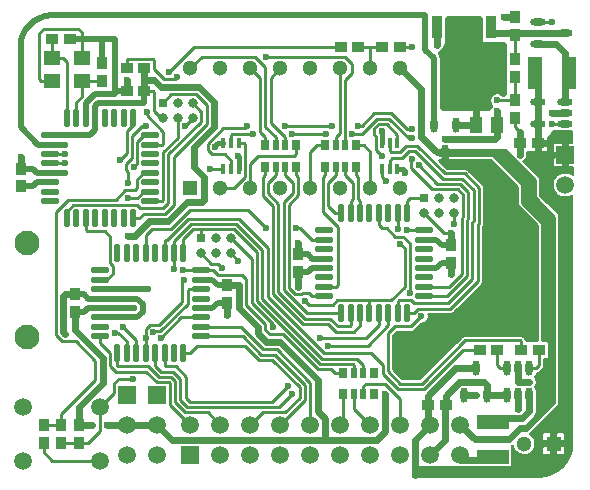
<source format=gbl>
G04 #@! TF.FileFunction,Copper,L2,Bot,Signal*
%FSLAX46Y46*%
G04 Gerber Fmt 4.6, Leading zero omitted, Abs format (unit mm)*
G04 Created by KiCad (PCBNEW 4.0.3-stable) date 05/01/17 03:43:23*
%MOMM*%
%LPD*%
G01*
G04 APERTURE LIST*
%ADD10C,0.100000*%
%ADD11O,1.550000X0.550000*%
%ADD12O,0.550000X1.550000*%
%ADD13R,0.950000X1.000000*%
%ADD14R,1.000000X0.950000*%
%ADD15R,1.050000X1.400000*%
%ADD16R,1.300000X1.300000*%
%ADD17C,1.300000*%
%ADD18O,0.600000X1.300000*%
%ADD19O,1.300000X0.600000*%
%ADD20R,1.250000X2.700000*%
%ADD21R,1.500000X1.500000*%
%ADD22C,1.500000*%
%ADD23C,2.100000*%
%ADD24R,0.800000X0.800000*%
%ADD25C,0.800000*%
%ADD26O,0.400000X0.950000*%
%ADD27R,0.900000X1.950000*%
%ADD28R,3.200000X1.950000*%
%ADD29R,0.800000X0.900000*%
%ADD30R,0.550000X0.900000*%
%ADD31R,1.400000X1.300000*%
%ADD32R,2.700000X1.250000*%
%ADD33C,0.600000*%
%ADD34C,0.550000*%
%ADD35C,0.250000*%
%ADD36C,0.600000*%
%ADD37C,0.400000*%
%ADD38C,0.200000*%
G04 APERTURE END LIST*
D10*
D11*
X124450000Y-99170000D03*
X124450000Y-98370000D03*
X124450000Y-97570000D03*
X124450000Y-96770000D03*
X124450000Y-95970000D03*
X124450000Y-95170000D03*
X124450000Y-94370000D03*
X124450000Y-93570000D03*
D12*
X125900000Y-92120000D03*
X126700000Y-92120000D03*
X127500000Y-92120000D03*
X128300000Y-92120000D03*
X129100000Y-92120000D03*
X129900000Y-92120000D03*
X130700000Y-92120000D03*
X131500000Y-92120000D03*
D11*
X132950000Y-93570000D03*
X132950000Y-94370000D03*
X132950000Y-95170000D03*
X132950000Y-95970000D03*
X132950000Y-96770000D03*
X132950000Y-97570000D03*
X132950000Y-98370000D03*
X132950000Y-99170000D03*
D12*
X131500000Y-100620000D03*
X130700000Y-100620000D03*
X129900000Y-100620000D03*
X129100000Y-100620000D03*
X128300000Y-100620000D03*
X127500000Y-100620000D03*
X126700000Y-100620000D03*
X125900000Y-100620000D03*
D13*
X117710000Y-84980000D03*
X117710000Y-86480000D03*
X121160000Y-106690000D03*
X121160000Y-108190000D03*
D14*
X153690000Y-104980000D03*
X152190000Y-104980000D03*
X126680000Y-78430000D03*
X128180000Y-78430000D03*
D13*
X135210000Y-96320000D03*
X135210000Y-94820000D03*
X122290000Y-95620000D03*
X122290000Y-97120000D03*
X154160000Y-92930000D03*
X154160000Y-91430000D03*
X141240000Y-92230000D03*
X141240000Y-93730000D03*
D14*
X160030000Y-82820000D03*
X161530000Y-82820000D03*
D13*
X159580000Y-72170000D03*
X159580000Y-73670000D03*
D15*
X158030000Y-81300000D03*
X156230000Y-81300000D03*
D16*
X162850000Y-108260000D03*
D17*
X160350000Y-108260000D03*
D14*
X121880000Y-73970000D03*
X120380000Y-73970000D03*
D13*
X124580000Y-76020000D03*
X124580000Y-77520000D03*
D18*
X157190000Y-104170000D03*
X155290000Y-104170000D03*
X156240000Y-101870000D03*
D19*
X161520000Y-74420000D03*
X161520000Y-72520000D03*
X163820000Y-73470000D03*
D18*
X152680000Y-81300000D03*
X154580000Y-81300000D03*
X153630000Y-83600000D03*
D16*
X132080000Y-86630000D03*
D17*
X134620000Y-86630000D03*
X137160000Y-86630000D03*
X139700000Y-86630000D03*
X142240000Y-86630000D03*
X144780000Y-86630000D03*
X147320000Y-86630000D03*
X149860000Y-86630000D03*
X149860000Y-76470000D03*
X147320000Y-76470000D03*
X144780000Y-76470000D03*
X142240000Y-76470000D03*
X139700000Y-76470000D03*
X137160000Y-76470000D03*
X134620000Y-76470000D03*
X132080000Y-76470000D03*
D20*
X161230000Y-76870000D03*
X164130000Y-76870000D03*
D21*
X132080000Y-109220000D03*
D22*
X134620000Y-109220000D03*
X137160000Y-109220000D03*
X139700000Y-109220000D03*
X142240000Y-109220000D03*
X144780000Y-109220000D03*
X147320000Y-109220000D03*
X149860000Y-109220000D03*
X152400000Y-109220000D03*
X154940000Y-109220000D03*
X154940000Y-106680000D03*
X152400000Y-106680000D03*
X149860000Y-106680000D03*
X147320000Y-106680000D03*
X144780000Y-106680000D03*
X142240000Y-106680000D03*
X139700000Y-106680000D03*
X137160000Y-106680000D03*
X134620000Y-106680000D03*
X132080000Y-106680000D03*
D21*
X126740000Y-104150000D03*
D22*
X126740000Y-106690000D03*
X126740000Y-109230000D03*
D21*
X129270000Y-104150000D03*
D22*
X129270000Y-106690000D03*
X129270000Y-109230000D03*
D23*
X118290000Y-91300000D03*
X118290000Y-99200000D03*
D21*
X163830000Y-83820000D03*
D22*
X163830000Y-86360000D03*
D24*
X129740000Y-79410000D03*
D25*
X129740000Y-80680000D03*
X131010000Y-79410000D03*
X131010000Y-80680000D03*
X132280000Y-79410000D03*
X132280000Y-80680000D03*
D24*
X132950000Y-90850000D03*
D25*
X132950000Y-92120000D03*
X134220000Y-90850000D03*
X134220000Y-92120000D03*
X135490000Y-90850000D03*
X135490000Y-92120000D03*
D24*
X151900000Y-87460000D03*
D25*
X151900000Y-88730000D03*
X153170000Y-87460000D03*
X153170000Y-88730000D03*
X154440000Y-87460000D03*
X154440000Y-88730000D03*
D26*
X134880000Y-82800000D03*
X135530000Y-82800000D03*
X136180000Y-82800000D03*
X136180000Y-85000000D03*
X134880000Y-85000000D03*
X135530000Y-85000000D03*
X148300000Y-82800000D03*
X148950000Y-82800000D03*
X149600000Y-82800000D03*
X149600000Y-85000000D03*
X148300000Y-85000000D03*
X148950000Y-85000000D03*
D14*
X128180000Y-76470000D03*
X126680000Y-76470000D03*
X146310000Y-74690000D03*
X144810000Y-74690000D03*
D13*
X119660000Y-106690000D03*
X119660000Y-108190000D03*
X122660000Y-106690000D03*
X122660000Y-108190000D03*
D14*
X148330000Y-74690000D03*
X149830000Y-74690000D03*
X158090000Y-100320000D03*
X156590000Y-100320000D03*
X161590000Y-100320000D03*
X160090000Y-100320000D03*
D13*
X159580000Y-75670000D03*
X159580000Y-77170000D03*
X159580000Y-79170000D03*
X159580000Y-80670000D03*
D22*
X124410000Y-105190000D03*
X117910000Y-105190000D03*
X117910000Y-109690000D03*
X124410000Y-109690000D03*
D12*
X121630000Y-80680000D03*
X122430000Y-80680000D03*
X123230000Y-80680000D03*
X124030000Y-80680000D03*
X124830000Y-80680000D03*
X125630000Y-80680000D03*
X126430000Y-80680000D03*
X127230000Y-80680000D03*
D11*
X128680000Y-82130000D03*
X128680000Y-82930000D03*
X128680000Y-83730000D03*
X128680000Y-84530000D03*
X128680000Y-85330000D03*
X128680000Y-86130000D03*
X128680000Y-86930000D03*
X128680000Y-87730000D03*
D12*
X127230000Y-89180000D03*
X126430000Y-89180000D03*
X125630000Y-89180000D03*
X124830000Y-89180000D03*
X124030000Y-89180000D03*
X123230000Y-89180000D03*
X122430000Y-89180000D03*
X121630000Y-89180000D03*
D11*
X120180000Y-87730000D03*
X120180000Y-86930000D03*
X120180000Y-86130000D03*
X120180000Y-85330000D03*
X120180000Y-84530000D03*
X120180000Y-83730000D03*
X120180000Y-82930000D03*
X120180000Y-82130000D03*
X143400000Y-95780000D03*
X143400000Y-94980000D03*
X143400000Y-94180000D03*
X143400000Y-93380000D03*
X143400000Y-92580000D03*
X143400000Y-91780000D03*
X143400000Y-90980000D03*
X143400000Y-90180000D03*
D12*
X144850000Y-88730000D03*
X145650000Y-88730000D03*
X146450000Y-88730000D03*
X147250000Y-88730000D03*
X148050000Y-88730000D03*
X148850000Y-88730000D03*
X149650000Y-88730000D03*
X150450000Y-88730000D03*
D11*
X151900000Y-90180000D03*
X151900000Y-90980000D03*
X151900000Y-91780000D03*
X151900000Y-92580000D03*
X151900000Y-93380000D03*
X151900000Y-94180000D03*
X151900000Y-94980000D03*
X151900000Y-95780000D03*
D12*
X150450000Y-97230000D03*
X149650000Y-97230000D03*
X148850000Y-97230000D03*
X148050000Y-97230000D03*
X147250000Y-97230000D03*
X146450000Y-97230000D03*
X145650000Y-97230000D03*
X144850000Y-97230000D03*
D19*
X163830000Y-79320000D03*
X163830000Y-81220000D03*
X163830000Y-80270000D03*
X161530000Y-81220000D03*
X161530000Y-79320000D03*
D27*
X152930000Y-73000000D03*
D28*
X155230000Y-79100000D03*
D27*
X155230000Y-73000000D03*
X157530000Y-73000000D03*
D29*
X145005000Y-102280000D03*
D30*
X146730000Y-102280000D03*
X145930000Y-102280000D03*
D29*
X147655000Y-102280000D03*
D30*
X145930000Y-104080000D03*
D29*
X145005000Y-104080000D03*
D30*
X146730000Y-104080000D03*
D29*
X147655000Y-104080000D03*
X143455000Y-83000000D03*
D30*
X145180000Y-83000000D03*
X144380000Y-83000000D03*
D29*
X146105000Y-83000000D03*
D30*
X144380000Y-84800000D03*
D29*
X143455000Y-84800000D03*
D30*
X145180000Y-84800000D03*
D29*
X146105000Y-84800000D03*
X138375000Y-83000000D03*
D30*
X140100000Y-83000000D03*
X139300000Y-83000000D03*
D29*
X141025000Y-83000000D03*
D30*
X139300000Y-84800000D03*
D29*
X138375000Y-84800000D03*
D30*
X140100000Y-84800000D03*
D29*
X141025000Y-84800000D03*
D31*
X122880000Y-75620000D03*
X120380000Y-75620000D03*
X120380000Y-77520000D03*
X122880000Y-77520000D03*
D18*
X158890000Y-101870000D03*
X160790000Y-101870000D03*
X159840000Y-104170000D03*
X159840000Y-101870000D03*
X160790000Y-104170000D03*
X158890000Y-104170000D03*
D32*
X157690000Y-109345000D03*
X157690000Y-106445000D03*
D33*
X131590000Y-94370000D03*
X139050000Y-98380000D03*
X141790000Y-96140000D03*
X135490000Y-90850000D03*
X149840000Y-91350000D03*
X154440000Y-87460000D03*
X128300000Y-99340000D03*
X127200000Y-102800000D03*
X150120000Y-102540000D03*
X148590000Y-104070000D03*
X128540000Y-95170000D03*
X127290000Y-96770000D03*
X154160000Y-90430000D03*
X157050000Y-90430000D03*
X122290000Y-98120000D03*
X126830000Y-90650000D03*
X123780000Y-106690000D03*
X125040000Y-106690000D03*
X136190000Y-94820000D03*
X134730000Y-93360000D03*
X137790000Y-98400000D03*
X141240000Y-94950000D03*
X133710000Y-85000000D03*
X148620000Y-86030000D03*
X148300000Y-83900000D03*
X138450000Y-75490000D03*
X128930000Y-98840000D03*
X121460000Y-82930000D03*
X126830000Y-87450000D03*
X126830000Y-86190000D03*
X131010000Y-79410000D03*
X128370000Y-81350000D03*
X131010000Y-80680000D03*
X132280000Y-79410000D03*
X130970000Y-77250000D03*
X131500000Y-93570000D03*
X134220000Y-90850000D03*
X130700000Y-93480000D03*
X134220000Y-92120000D03*
X153170000Y-87460000D03*
X150450000Y-90180000D03*
X149650000Y-90090000D03*
X153170000Y-88730000D03*
X150670000Y-95500000D03*
X151640000Y-97460000D03*
X151410000Y-84690000D03*
X150850000Y-81610000D03*
X144100000Y-81370000D03*
X146310000Y-81370000D03*
X136860000Y-81370000D03*
X140070000Y-81370000D03*
X121460000Y-83730000D03*
X121460000Y-84530000D03*
X128380000Y-80160000D03*
X130310000Y-76790000D03*
X126140000Y-84200000D03*
X125730000Y-98850000D03*
X127280000Y-84830000D03*
X126360000Y-98350000D03*
X138460000Y-89980000D03*
X141070000Y-89980000D03*
X140320000Y-103350000D03*
X143700000Y-99970000D03*
X140710000Y-104050000D03*
X143070000Y-99340000D03*
X162670000Y-72520000D03*
X156240000Y-104170000D03*
X160790000Y-103020000D03*
X159840000Y-105320000D03*
X121510000Y-98950000D03*
X134180000Y-83120000D03*
X153630000Y-82450000D03*
X117710000Y-83980000D03*
X131650000Y-81330000D03*
X136150000Y-92780000D03*
X135210000Y-97320000D03*
X141240000Y-91230000D03*
X150300000Y-85360000D03*
X148300000Y-81820000D03*
X154440000Y-89630000D03*
X154160000Y-93930000D03*
X150830000Y-74690000D03*
X136080000Y-83900000D03*
X160030000Y-83800000D03*
X121460000Y-85330000D03*
X158030000Y-80100000D03*
X152930000Y-74480000D03*
X158600000Y-72170000D03*
X160030000Y-81840000D03*
X162680000Y-80270000D03*
X126680000Y-77450000D03*
X129560000Y-99340000D03*
X140660000Y-82000000D03*
X137360000Y-82000000D03*
X145810000Y-82000000D03*
X150840000Y-82410000D03*
X150840000Y-84120000D03*
X143600000Y-82000000D03*
X162680000Y-81220000D03*
X158030000Y-79150000D03*
D34*
X117710000Y-86480000D02*
X118780000Y-86480000D01*
X119130000Y-86130000D02*
X120180000Y-86130000D01*
X118780000Y-86480000D02*
X119130000Y-86130000D01*
D35*
X120690000Y-88670000D02*
X121730000Y-87630000D01*
X127580000Y-85880000D02*
X127580000Y-86650000D01*
X127580000Y-86650000D02*
X127410000Y-86820000D01*
X127410000Y-86820000D02*
X126570000Y-86820000D01*
X126570000Y-86820000D02*
X125760000Y-87630000D01*
X125760000Y-87630000D02*
X121730000Y-87630000D01*
X127580000Y-85880000D02*
X128130000Y-85330000D01*
X124040000Y-102900000D02*
X124040000Y-101250000D01*
X121160000Y-106690000D02*
X121160000Y-105780000D01*
X121160000Y-105780000D02*
X124040000Y-102900000D01*
X120690000Y-99020000D02*
X120690000Y-88670000D01*
X121250000Y-99580000D02*
X120690000Y-99020000D01*
X122370000Y-99580000D02*
X121250000Y-99580000D01*
X124040000Y-101250000D02*
X122370000Y-99580000D01*
X128680000Y-85330000D02*
X128130000Y-85330000D01*
X121160000Y-106690000D02*
X119660000Y-106690000D01*
X128300000Y-99340000D02*
X128300000Y-98580000D01*
X139050000Y-98380000D02*
X139050000Y-98130000D01*
X135490000Y-90850000D02*
X137270000Y-92630000D01*
X137270000Y-96350000D02*
X137270000Y-92630000D01*
X144500000Y-96130000D02*
X144150000Y-96480000D01*
X144500000Y-96130000D02*
X147250000Y-96130000D01*
X142130000Y-96480000D02*
X141790000Y-96140000D01*
X144150000Y-96480000D02*
X142130000Y-96480000D01*
X139050000Y-98130000D02*
X137270000Y-96350000D01*
X131400000Y-94560000D02*
X131590000Y-94370000D01*
X131400000Y-96220000D02*
X131400000Y-94560000D01*
X129410000Y-98210000D02*
X131400000Y-96220000D01*
X128670000Y-98210000D02*
X129410000Y-98210000D01*
X128300000Y-98580000D02*
X128670000Y-98210000D01*
X149840000Y-91350000D02*
X150220000Y-91730000D01*
X150220000Y-95000000D02*
X149090000Y-96130000D01*
X150220000Y-91730000D02*
X150220000Y-95000000D01*
X149090000Y-96130000D02*
X147250000Y-96130000D01*
X124410000Y-105190000D02*
X125660000Y-103940000D01*
X128300000Y-99340000D02*
X128300000Y-100620000D01*
X126010000Y-102800000D02*
X127200000Y-102800000D01*
X125660000Y-103150000D02*
X126010000Y-102800000D01*
X125660000Y-103940000D02*
X125660000Y-103150000D01*
X147250000Y-97230000D02*
X147250000Y-96130000D01*
X122660000Y-108190000D02*
X123390000Y-108190000D01*
X124410000Y-107170000D02*
X124410000Y-105190000D01*
X123390000Y-108190000D02*
X124410000Y-107170000D01*
X121160000Y-108190000D02*
X122660000Y-108190000D01*
D36*
X157190000Y-104170000D02*
X157190000Y-103290000D01*
X153690000Y-104180000D02*
X154850000Y-103020000D01*
X153690000Y-104180000D02*
X153690000Y-104980000D01*
X156920000Y-103020000D02*
X154850000Y-103020000D01*
X157190000Y-103290000D02*
X156920000Y-103020000D01*
X152400000Y-109220000D02*
X153670000Y-107950000D01*
X153670000Y-107950000D02*
X153670000Y-105000000D01*
X153670000Y-105000000D02*
X153690000Y-104980000D01*
X157190000Y-104170000D02*
X158890000Y-104170000D01*
X157190000Y-104170000D02*
X157190000Y-103820000D01*
X148590000Y-107210000D02*
X148590000Y-104070000D01*
X147850000Y-107950000D02*
X148590000Y-107210000D01*
X143510000Y-107950000D02*
X147850000Y-107950000D01*
X156150000Y-107890000D02*
X159060000Y-107890000D01*
X159060000Y-107890000D02*
X160030000Y-106920000D01*
X160030000Y-106920000D02*
X160510000Y-106920000D01*
X156150000Y-107890000D02*
X154940000Y-106680000D01*
X162730000Y-104700000D02*
X160510000Y-106920000D01*
D34*
X124450000Y-96770000D02*
X127290000Y-96770000D01*
X128540000Y-95170000D02*
X124450000Y-95170000D01*
D36*
X133070000Y-87780000D02*
X133230000Y-87620000D01*
X134090000Y-81430000D02*
X134090000Y-79300000D01*
X134090000Y-79300000D02*
X132840000Y-78050000D01*
X132840000Y-78050000D02*
X129610000Y-78050000D01*
X129610000Y-78050000D02*
X129010000Y-77450000D01*
X129010000Y-77450000D02*
X128180000Y-77450000D01*
X132390000Y-83130000D02*
X134090000Y-81430000D01*
X132390000Y-84810000D02*
X132390000Y-83130000D01*
X133230000Y-85650000D02*
X132390000Y-84810000D01*
X133230000Y-87620000D02*
X133230000Y-85650000D01*
X126830000Y-90650000D02*
X127360000Y-90650000D01*
X131820000Y-87780000D02*
X133070000Y-87780000D01*
X133070000Y-87780000D02*
X133060000Y-87780000D01*
X130190000Y-89410000D02*
X131820000Y-87780000D01*
X128600000Y-89410000D02*
X130190000Y-89410000D01*
X127360000Y-90650000D02*
X128600000Y-89410000D01*
D35*
X129740000Y-80680000D02*
X129630000Y-80680000D01*
X129630000Y-80680000D02*
X129010000Y-80060000D01*
X128180000Y-78430000D02*
X128940000Y-78430000D01*
X129010000Y-78500000D02*
X129010000Y-80060000D01*
X128940000Y-78430000D02*
X129010000Y-78500000D01*
D36*
X128180000Y-76470000D02*
X128180000Y-77450000D01*
X128180000Y-77450000D02*
X128180000Y-78430000D01*
X122660000Y-106690000D02*
X122660000Y-105170000D01*
X124670000Y-100990000D02*
X122290000Y-98610000D01*
X124670000Y-103160000D02*
X124670000Y-100990000D01*
X122660000Y-105170000D02*
X124670000Y-103160000D01*
X122290000Y-98120000D02*
X122290000Y-98610000D01*
X122290000Y-97120000D02*
X122290000Y-98120000D01*
D34*
X124450000Y-96770000D02*
X123440000Y-96770000D01*
X123090000Y-97120000D02*
X122290000Y-97120000D01*
X123440000Y-96770000D02*
X123090000Y-97120000D01*
D36*
X142870000Y-102840000D02*
X139670000Y-99640000D01*
X142870000Y-105510000D02*
X142870000Y-102840000D01*
X143510000Y-106150000D02*
X142870000Y-105510000D01*
X143510000Y-107950000D02*
X143510000Y-106150000D01*
X139670000Y-99640000D02*
X138530000Y-99640000D01*
X138530000Y-99640000D02*
X137790000Y-98900000D01*
X137790000Y-98900000D02*
X137790000Y-98400000D01*
X122660000Y-106690000D02*
X123780000Y-106690000D01*
X125040000Y-106690000D02*
X126740000Y-106690000D01*
D35*
X132950000Y-92120000D02*
X133850000Y-93020000D01*
X134390000Y-93020000D02*
X134730000Y-93360000D01*
X133850000Y-93020000D02*
X134390000Y-93020000D01*
D36*
X135210000Y-94820000D02*
X136190000Y-94820000D01*
X136190000Y-96800000D02*
X136190000Y-94820000D01*
X137790000Y-98400000D02*
X136190000Y-96800000D01*
D34*
X132950000Y-94370000D02*
X133960000Y-94370000D01*
X134410000Y-94820000D02*
X135210000Y-94820000D01*
X133960000Y-94370000D02*
X134410000Y-94820000D01*
D36*
X141240000Y-94950000D02*
X141240000Y-93730000D01*
X126740000Y-106690000D02*
X129270000Y-106690000D01*
X129270000Y-106690000D02*
X130530000Y-107950000D01*
X130530000Y-107950000D02*
X143510000Y-107950000D01*
D34*
X143400000Y-93380000D02*
X142390000Y-93380000D01*
X142390000Y-93380000D02*
X142040000Y-93730000D01*
X142040000Y-93730000D02*
X141240000Y-93730000D01*
D35*
X151900000Y-88730000D02*
X153600000Y-90430000D01*
D36*
X154160000Y-90430000D02*
X154160000Y-91430000D01*
D35*
X153600000Y-90430000D02*
X154160000Y-90430000D01*
D34*
X151900000Y-90980000D02*
X152910000Y-90980000D01*
X152910000Y-90980000D02*
X153360000Y-91430000D01*
X153360000Y-91430000D02*
X154160000Y-91430000D01*
D36*
X153630000Y-83600000D02*
X153000000Y-83600000D01*
X151650000Y-78260000D02*
X149860000Y-76470000D01*
X151650000Y-82250000D02*
X151650000Y-78260000D01*
X153000000Y-83600000D02*
X151650000Y-82250000D01*
D34*
X128180000Y-78430000D02*
X128180000Y-79400000D01*
X128180000Y-79400000D02*
X124300000Y-79400000D01*
X124030000Y-79670000D02*
X124300000Y-79400000D01*
X124030000Y-79670000D02*
X124030000Y-80680000D01*
X124030000Y-80680000D02*
X124030000Y-81690000D01*
X123590000Y-82130000D02*
X120180000Y-82130000D01*
X124030000Y-81690000D02*
X123590000Y-82130000D01*
D35*
X159580000Y-75670000D02*
X159580000Y-73670000D01*
D36*
X159580000Y-73470000D02*
X157530000Y-73470000D01*
X157530000Y-73470000D02*
X157530000Y-73000000D01*
X159580000Y-73470000D02*
X163820000Y-73470000D01*
D35*
X155230000Y-73000000D02*
X155230000Y-79100000D01*
D36*
X154580000Y-81300000D02*
X156230000Y-81300000D01*
X156230000Y-81300000D02*
X156230000Y-79100000D01*
X156230000Y-79100000D02*
X155230000Y-79100000D01*
D35*
X120380000Y-75620000D02*
X121340000Y-75620000D01*
X121630000Y-75910000D02*
X121630000Y-80680000D01*
X121340000Y-75620000D02*
X121630000Y-75910000D01*
X120380000Y-73970000D02*
X120380000Y-75620000D01*
X122880000Y-77520000D02*
X124580000Y-77520000D01*
X122430000Y-80680000D02*
X122430000Y-79340000D01*
X122880000Y-78890000D02*
X122880000Y-77520000D01*
X122430000Y-79340000D02*
X122880000Y-78890000D01*
D34*
X122880000Y-77520000D02*
X122970000Y-77430000D01*
D36*
X164130000Y-76870000D02*
X163830000Y-76570000D01*
X163830000Y-76570000D02*
X163830000Y-75190000D01*
X163060000Y-74420000D02*
X161520000Y-74420000D01*
X163830000Y-75190000D02*
X163060000Y-74420000D01*
X163830000Y-79320000D02*
X163830000Y-77170000D01*
X163830000Y-77170000D02*
X164130000Y-76870000D01*
D35*
X134880000Y-85000000D02*
X133710000Y-85000000D01*
X136180000Y-82800000D02*
X136640000Y-82800000D01*
X135780000Y-86630000D02*
X136710000Y-85700000D01*
X135780000Y-86630000D02*
X134620000Y-86630000D01*
X136710000Y-82870000D02*
X136710000Y-85700000D01*
X136640000Y-82800000D02*
X136710000Y-82870000D01*
X141025000Y-83000000D02*
X141025000Y-83705000D01*
X137160000Y-84580000D02*
X137160000Y-86630000D01*
X137840000Y-83900000D02*
X137160000Y-84580000D01*
X140830000Y-83900000D02*
X137840000Y-83900000D01*
X141025000Y-83705000D02*
X140830000Y-83900000D01*
X143455000Y-83000000D02*
X142800000Y-83000000D01*
X142240000Y-83560000D02*
X142240000Y-86630000D01*
X142800000Y-83000000D02*
X142240000Y-83560000D01*
X148300000Y-85710000D02*
X148620000Y-86030000D01*
X148300000Y-85710000D02*
X148300000Y-85000000D01*
X146105000Y-83000000D02*
X146760000Y-83000000D01*
X147320000Y-83560000D02*
X147320000Y-86630000D01*
X146760000Y-83000000D02*
X147320000Y-83560000D01*
X149600000Y-82090000D02*
X148700000Y-81190000D01*
X148700000Y-81190000D02*
X148040000Y-81190000D01*
X148040000Y-81190000D02*
X147670000Y-81560000D01*
X147670000Y-81560000D02*
X147670000Y-82080000D01*
X147670000Y-82080000D02*
X147770000Y-82180000D01*
X147770000Y-82180000D02*
X147770000Y-83370000D01*
X147770000Y-83370000D02*
X148300000Y-83900000D01*
X149600000Y-82800000D02*
X149600000Y-82090000D01*
X147320000Y-76470000D02*
X147320000Y-74690000D01*
X146310000Y-74690000D02*
X147320000Y-74690000D01*
X147320000Y-74690000D02*
X148330000Y-74690000D01*
X144380000Y-83000000D02*
X144380000Y-82290000D01*
X144730000Y-81940000D02*
X144730000Y-76520000D01*
X144380000Y-82290000D02*
X144730000Y-81940000D01*
X144730000Y-76520000D02*
X144780000Y-76470000D01*
X140100000Y-83000000D02*
X140100000Y-82290000D01*
X140100000Y-82290000D02*
X138880000Y-81070000D01*
X139700000Y-76470000D02*
X138880000Y-77290000D01*
X138880000Y-77290000D02*
X138880000Y-81070000D01*
X138375000Y-83000000D02*
X138375000Y-82295000D01*
X137980000Y-77290000D02*
X137160000Y-76470000D01*
X137980000Y-81900000D02*
X137980000Y-77290000D01*
X138375000Y-82295000D02*
X137980000Y-81900000D01*
X145180000Y-77450000D02*
X145180000Y-83000000D01*
X145760000Y-76870000D02*
X145180000Y-77450000D01*
X145760000Y-76070000D02*
X145760000Y-76870000D01*
X145180000Y-75490000D02*
X145760000Y-76070000D01*
X138450000Y-75490000D02*
X145180000Y-75490000D01*
X132080000Y-76470000D02*
X133060000Y-75490000D01*
X137560000Y-75490000D02*
X138430000Y-76360000D01*
X133060000Y-75490000D02*
X137560000Y-75490000D01*
X139300000Y-83000000D02*
X139300000Y-82290000D01*
X139300000Y-82290000D02*
X138430000Y-81420000D01*
X138430000Y-81420000D02*
X138430000Y-76360000D01*
X149860000Y-104450000D02*
X148590000Y-103180000D01*
X149860000Y-106680000D02*
X149860000Y-104450000D01*
X146730000Y-103370000D02*
X146920000Y-103180000D01*
X146920000Y-103180000D02*
X148590000Y-103180000D01*
X146730000Y-103370000D02*
X146730000Y-104080000D01*
X145930000Y-104080000D02*
X145930000Y-105290000D01*
X145930000Y-105290000D02*
X147320000Y-106680000D01*
X145005000Y-104080000D02*
X145005000Y-106455000D01*
X145005000Y-106455000D02*
X144780000Y-106680000D01*
X132950000Y-98370000D02*
X136370000Y-98370000D01*
X142240000Y-103100000D02*
X142240000Y-106680000D01*
X139410000Y-100270000D02*
X142240000Y-103100000D01*
X138270000Y-100270000D02*
X139410000Y-100270000D01*
X136370000Y-98370000D02*
X138270000Y-100270000D01*
X132950000Y-99170000D02*
X136530000Y-99170000D01*
X141790000Y-104590000D02*
X139700000Y-106680000D01*
X141790000Y-103290000D02*
X141790000Y-104590000D01*
X139220000Y-100720000D02*
X141790000Y-103290000D01*
X138080000Y-100720000D02*
X139220000Y-100720000D01*
X136530000Y-99170000D02*
X138080000Y-100720000D01*
X131500000Y-100620000D02*
X132030000Y-100620000D01*
X138240000Y-105600000D02*
X137160000Y-106680000D01*
X140140000Y-105600000D02*
X138240000Y-105600000D01*
X141340000Y-104400000D02*
X140140000Y-105600000D01*
X141340000Y-103480000D02*
X141340000Y-104400000D01*
X139030000Y-101170000D02*
X141340000Y-103480000D01*
X137890000Y-101170000D02*
X139030000Y-101170000D01*
X136690000Y-99970000D02*
X137890000Y-101170000D01*
X132680000Y-99970000D02*
X136690000Y-99970000D01*
X132030000Y-100620000D02*
X132680000Y-99970000D01*
X128540000Y-101720000D02*
X129440000Y-102620000D01*
X133540000Y-105600000D02*
X131640000Y-105600000D01*
X131640000Y-105600000D02*
X130800000Y-104760000D01*
X134620000Y-106680000D02*
X133540000Y-105600000D01*
X128540000Y-101720000D02*
X125980000Y-101720000D01*
X125900000Y-101640000D02*
X125980000Y-101720000D01*
X125900000Y-101640000D02*
X125900000Y-100620000D01*
X130800000Y-102960000D02*
X130800000Y-104760000D01*
X130460000Y-102620000D02*
X130800000Y-102960000D01*
X129440000Y-102620000D02*
X130460000Y-102620000D01*
X124450000Y-99170000D02*
X124450000Y-99700000D01*
X130350000Y-104950000D02*
X130350000Y-103150000D01*
X130350000Y-103150000D02*
X130270000Y-103070000D01*
X130350000Y-104950000D02*
X132080000Y-106680000D01*
X129250000Y-103070000D02*
X130270000Y-103070000D01*
X128350000Y-102170000D02*
X129250000Y-103070000D01*
X125790000Y-102170000D02*
X128350000Y-102170000D01*
X125300000Y-101680000D02*
X125790000Y-102170000D01*
X125300000Y-100550000D02*
X125300000Y-101680000D01*
X124450000Y-99700000D02*
X125300000Y-100550000D01*
X128930000Y-98840000D02*
X129060000Y-98710000D01*
X129060000Y-98710000D02*
X129550000Y-98710000D01*
X132950000Y-95170000D02*
X131930000Y-95170000D01*
X131850000Y-96410000D02*
X129550000Y-98710000D01*
X131850000Y-95250000D02*
X131850000Y-96410000D01*
X131930000Y-95170000D02*
X131850000Y-95250000D01*
D34*
X121460000Y-82930000D02*
X120180000Y-82930000D01*
X117710000Y-74620000D02*
X117750000Y-74110000D01*
X119170000Y-82930000D02*
X117710000Y-81470000D01*
X117710000Y-81470000D02*
X117710000Y-74620000D01*
X120180000Y-82930000D02*
X119170000Y-82930000D01*
X151950000Y-74890000D02*
X151950000Y-71990000D01*
X152680000Y-75620000D02*
X151950000Y-74890000D01*
X152680000Y-75620000D02*
X152680000Y-81300000D01*
X120340000Y-71990000D02*
X151950000Y-71990000D01*
X119810000Y-72040000D02*
X120340000Y-71990000D01*
X119320000Y-72190000D02*
X119810000Y-72040000D01*
X118870000Y-72440000D02*
X119320000Y-72190000D01*
X118470000Y-72770000D02*
X118870000Y-72440000D01*
X118150000Y-73160000D02*
X118470000Y-72770000D01*
X117910000Y-73610000D02*
X118150000Y-73160000D01*
X117750000Y-74110000D02*
X117910000Y-73610000D01*
D35*
X130680000Y-83950000D02*
X133460000Y-81170000D01*
X127760000Y-89180000D02*
X128160000Y-88780000D01*
X128160000Y-88780000D02*
X129930000Y-88780000D01*
X129930000Y-88780000D02*
X130680000Y-88030000D01*
X130680000Y-88030000D02*
X130680000Y-83950000D01*
X127230000Y-89180000D02*
X127760000Y-89180000D01*
X130470000Y-78680000D02*
X129740000Y-79410000D01*
X132580000Y-78680000D02*
X130470000Y-78680000D01*
X133460000Y-79560000D02*
X132580000Y-78680000D01*
X133460000Y-81170000D02*
X133460000Y-79560000D01*
X126650000Y-84570000D02*
X126650000Y-85090000D01*
X127610000Y-87450000D02*
X126830000Y-87450000D01*
X128130000Y-86930000D02*
X127610000Y-87450000D01*
X128010000Y-81350000D02*
X128370000Y-81350000D01*
X127130000Y-82230000D02*
X128010000Y-81350000D01*
X127130000Y-84090000D02*
X127130000Y-82230000D01*
X126650000Y-84570000D02*
X127130000Y-84090000D01*
X126830000Y-85270000D02*
X126830000Y-86190000D01*
X126650000Y-85090000D02*
X126830000Y-85270000D01*
X128680000Y-86930000D02*
X128130000Y-86930000D01*
X128680000Y-87730000D02*
X129700000Y-87730000D01*
X131010000Y-82340000D02*
X131010000Y-80680000D01*
X129780000Y-83570000D02*
X131010000Y-82340000D01*
X129780000Y-87650000D02*
X129780000Y-83570000D01*
X129700000Y-87730000D02*
X129780000Y-87650000D01*
X121630000Y-89180000D02*
X121630000Y-88630000D01*
X121630000Y-88630000D02*
X122180000Y-88080000D01*
X126680000Y-76470000D02*
X126680000Y-75740000D01*
X122180000Y-88080000D02*
X127580000Y-88080000D01*
X130230000Y-87840000D02*
X130230000Y-83760000D01*
X129740000Y-88330000D02*
X130230000Y-87840000D01*
X127830000Y-88330000D02*
X129740000Y-88330000D01*
X127580000Y-88080000D02*
X127830000Y-88330000D01*
X133010000Y-80140000D02*
X133010000Y-80980000D01*
X133010000Y-80980000D02*
X130230000Y-83760000D01*
X132280000Y-79410000D02*
X133010000Y-80140000D01*
X130970000Y-77260000D02*
X130970000Y-77250000D01*
X130810000Y-77420000D02*
X130970000Y-77260000D01*
X129870000Y-77420000D02*
X130810000Y-77420000D01*
X129010000Y-76560000D02*
X129870000Y-77420000D01*
X129010000Y-75740000D02*
X129010000Y-76560000D01*
X128940000Y-75670000D02*
X129010000Y-75740000D01*
X126750000Y-75670000D02*
X128940000Y-75670000D01*
X126680000Y-75740000D02*
X126750000Y-75670000D01*
X132950000Y-90850000D02*
X132950000Y-90120000D01*
X131500000Y-92120000D02*
X131500000Y-90920000D01*
X135790000Y-90120000D02*
X137730000Y-92060000D01*
X132300000Y-90120000D02*
X132950000Y-90120000D01*
X132950000Y-90120000D02*
X135790000Y-90120000D01*
X131500000Y-90920000D02*
X132300000Y-90120000D01*
X137730000Y-96170000D02*
X143060000Y-101500000D01*
X145860000Y-101500000D02*
X143060000Y-101500000D01*
X145930000Y-101570000D02*
X145860000Y-101500000D01*
X145930000Y-102280000D02*
X145930000Y-101570000D01*
X137730000Y-96170000D02*
X137730000Y-92060000D01*
X131500000Y-93570000D02*
X132950000Y-93570000D01*
X144020000Y-101950000D02*
X142870000Y-101950000D01*
X134030000Y-93570000D02*
X132950000Y-93570000D01*
X134450000Y-93990000D02*
X136460000Y-93990000D01*
X134030000Y-93570000D02*
X134450000Y-93990000D01*
X136820000Y-94350000D02*
X136460000Y-93990000D01*
X136820000Y-96540000D02*
X136820000Y-94350000D01*
X138420000Y-98140000D02*
X136820000Y-96540000D01*
X138420000Y-98640000D02*
X138420000Y-98140000D01*
X138790000Y-99010000D02*
X138420000Y-98640000D01*
X139930000Y-99010000D02*
X138790000Y-99010000D01*
X142870000Y-101950000D02*
X139930000Y-99010000D01*
X144350000Y-102280000D02*
X144020000Y-101950000D01*
X144020000Y-101950000D02*
X144020000Y-101950000D01*
X144020000Y-101950000D02*
X144020000Y-101950000D01*
X145005000Y-102280000D02*
X144350000Y-102280000D01*
X130700000Y-93480000D02*
X130700000Y-92120000D01*
X130700000Y-92120000D02*
X130700000Y-91080000D01*
X135980000Y-89670000D02*
X138190000Y-91880000D01*
X132110000Y-89670000D02*
X135980000Y-89670000D01*
X130700000Y-91080000D02*
X132110000Y-89670000D01*
X138190000Y-95990000D02*
X138190000Y-91880000D01*
X143250000Y-101050000D02*
X138190000Y-95990000D01*
X146210000Y-101050000D02*
X143250000Y-101050000D01*
X146730000Y-101570000D02*
X146210000Y-101050000D01*
X146730000Y-102280000D02*
X146730000Y-101570000D01*
X150450000Y-88730000D02*
X150450000Y-87710000D01*
X150700000Y-87460000D02*
X151900000Y-87460000D01*
X150450000Y-87710000D02*
X150700000Y-87460000D01*
X150450000Y-90180000D02*
X151900000Y-90180000D01*
X149650000Y-90090000D02*
X149650000Y-88730000D01*
X143440000Y-100600000D02*
X147410000Y-100600000D01*
X129900000Y-91100000D02*
X129980000Y-91020000D01*
X129980000Y-91020000D02*
X130120000Y-91020000D01*
X130120000Y-91020000D02*
X131920000Y-89220000D01*
X143440000Y-100600000D02*
X138640000Y-95800000D01*
X138640000Y-95800000D02*
X138640000Y-91690000D01*
X136170000Y-89220000D02*
X138640000Y-91690000D01*
X131920000Y-89220000D02*
X136170000Y-89220000D01*
X129900000Y-92120000D02*
X129900000Y-91100000D01*
X155160000Y-100320000D02*
X151860000Y-103620000D01*
X151860000Y-103620000D02*
X149670000Y-103620000D01*
X149670000Y-103620000D02*
X148380000Y-102330000D01*
X148380000Y-101570000D02*
X148380000Y-102330000D01*
X155160000Y-100320000D02*
X156590000Y-100320000D01*
X147410000Y-100600000D02*
X148380000Y-101570000D01*
X160090000Y-100320000D02*
X160090000Y-99590000D01*
X148830000Y-98910000D02*
X149410000Y-98330000D01*
X151640000Y-97460000D02*
X150770000Y-98330000D01*
X150670000Y-91290000D02*
X150100000Y-90720000D01*
X150100000Y-90720000D02*
X149390000Y-90720000D01*
X149390000Y-90720000D02*
X148700000Y-90030000D01*
X148700000Y-90030000D02*
X148340000Y-90030000D01*
X150670000Y-95500000D02*
X150670000Y-91290000D01*
X148050000Y-89740000D02*
X148340000Y-90030000D01*
X148050000Y-89740000D02*
X148050000Y-88730000D01*
X151670000Y-103170000D02*
X155320000Y-99520000D01*
X149860000Y-103170000D02*
X151670000Y-103170000D01*
X148830000Y-102140000D02*
X149860000Y-103170000D01*
X150770000Y-98330000D02*
X149410000Y-98330000D01*
X148830000Y-102140000D02*
X148830000Y-98910000D01*
X160020000Y-99520000D02*
X155320000Y-99520000D01*
X160090000Y-99590000D02*
X160020000Y-99520000D01*
X135530000Y-85000000D02*
X135530000Y-84290000D01*
X133920000Y-83750000D02*
X133550000Y-83380000D01*
X134990000Y-83750000D02*
X133920000Y-83750000D01*
X135530000Y-84290000D02*
X134990000Y-83750000D01*
X136860000Y-81370000D02*
X136680000Y-81550000D01*
X150850000Y-81610000D02*
X150400000Y-81610000D01*
X153840000Y-95780000D02*
X155520000Y-94100000D01*
X155520000Y-94100000D02*
X155520000Y-89320000D01*
X155520000Y-89320000D02*
X155620000Y-89220000D01*
X155620000Y-89220000D02*
X155620000Y-86970000D01*
X155620000Y-86970000D02*
X154930000Y-86280000D01*
X154930000Y-86280000D02*
X153000000Y-86280000D01*
X151900000Y-95780000D02*
X153840000Y-95780000D01*
X153000000Y-86280000D02*
X151410000Y-84690000D01*
X146580000Y-81370000D02*
X146310000Y-81370000D01*
X147660000Y-80290000D02*
X146580000Y-81370000D01*
X149080000Y-80290000D02*
X147660000Y-80290000D01*
X150400000Y-81610000D02*
X149080000Y-80290000D01*
X144100000Y-81370000D02*
X140070000Y-81370000D01*
X133550000Y-82860000D02*
X133550000Y-83380000D01*
X134860000Y-81550000D02*
X133550000Y-82860000D01*
X136680000Y-81550000D02*
X134860000Y-81550000D01*
X148950000Y-82800000D02*
X148950000Y-83510000D01*
X154070000Y-96830000D02*
X151380000Y-96830000D01*
X156520000Y-86590000D02*
X155310000Y-85380000D01*
X156520000Y-89600000D02*
X156520000Y-86590000D01*
X156420000Y-89700000D02*
X156520000Y-89600000D01*
X156420000Y-94480000D02*
X156420000Y-89700000D01*
X154070000Y-96830000D02*
X156420000Y-94480000D01*
X155310000Y-85380000D02*
X153630000Y-85380000D01*
X151290000Y-83040000D02*
X153630000Y-85380000D01*
X150380000Y-83040000D02*
X151290000Y-83040000D01*
X149820000Y-83600000D02*
X150380000Y-83040000D01*
X149040000Y-83600000D02*
X149820000Y-83600000D01*
X148950000Y-83510000D02*
X149040000Y-83600000D01*
X150450000Y-97230000D02*
X150980000Y-97230000D01*
X150980000Y-97230000D02*
X151380000Y-96830000D01*
X151380000Y-96830000D02*
X151380000Y-96830000D01*
X148950000Y-85000000D02*
X148950000Y-84290000D01*
X148950000Y-84290000D02*
X149190000Y-84050000D01*
X149190000Y-84050000D02*
X150010000Y-84050000D01*
X150570000Y-83490000D02*
X151100000Y-83490000D01*
X150010000Y-84050000D02*
X150570000Y-83490000D01*
X155120000Y-85830000D02*
X153440000Y-85830000D01*
X153880000Y-96380000D02*
X155970000Y-94290000D01*
X155970000Y-94290000D02*
X155970000Y-89510000D01*
X155970000Y-89510000D02*
X156070000Y-89410000D01*
X156070000Y-89410000D02*
X156070000Y-86780000D01*
X156070000Y-86780000D02*
X155120000Y-85830000D01*
X149650000Y-96210000D02*
X149650000Y-97230000D01*
X150800000Y-96130000D02*
X151050000Y-96380000D01*
X149730000Y-96130000D02*
X150800000Y-96130000D01*
X149650000Y-96210000D02*
X149730000Y-96130000D01*
X151050000Y-96380000D02*
X153880000Y-96380000D01*
X151100000Y-83490000D02*
X153440000Y-85830000D01*
X120180000Y-83730000D02*
X121460000Y-83730000D01*
X120180000Y-84530000D02*
X121460000Y-84530000D01*
X129700000Y-82930000D02*
X129780000Y-82850000D01*
X129780000Y-82850000D02*
X129780000Y-81870000D01*
X129780000Y-81870000D02*
X128380000Y-80470000D01*
X128380000Y-80470000D02*
X128380000Y-80160000D01*
X128680000Y-82930000D02*
X129700000Y-82930000D01*
X132410000Y-74690000D02*
X144810000Y-74690000D01*
X130310000Y-76790000D02*
X132410000Y-74690000D01*
X126680000Y-81790000D02*
X127230000Y-81240000D01*
X126140000Y-84200000D02*
X126680000Y-83660000D01*
X126680000Y-83660000D02*
X126680000Y-81790000D01*
X126700000Y-100620000D02*
X126700000Y-99600000D01*
X125950000Y-98850000D02*
X125730000Y-98850000D01*
X126700000Y-99600000D02*
X125950000Y-98850000D01*
X127230000Y-80680000D02*
X127230000Y-81240000D01*
X127580000Y-82680000D02*
X128130000Y-82130000D01*
X127580000Y-84530000D02*
X127580000Y-82680000D01*
X127280000Y-84830000D02*
X127580000Y-84530000D01*
X127500000Y-100620000D02*
X127500000Y-99490000D01*
X127500000Y-99490000D02*
X126360000Y-98350000D01*
X128680000Y-82130000D02*
X128130000Y-82130000D01*
X123230000Y-89180000D02*
X123230000Y-90200000D01*
X123230000Y-90200000D02*
X123310000Y-90280000D01*
X124450000Y-94370000D02*
X125000000Y-94370000D01*
X125000000Y-94370000D02*
X125550000Y-93820000D01*
X125550000Y-93820000D02*
X125550000Y-93220000D01*
X125550000Y-93220000D02*
X125300000Y-92970000D01*
X125300000Y-92970000D02*
X125300000Y-90730000D01*
X125300000Y-90730000D02*
X124850000Y-90280000D01*
X124850000Y-90280000D02*
X123310000Y-90280000D01*
X128300000Y-92120000D02*
X128300000Y-90600000D01*
X128860000Y-90040000D02*
X130460000Y-90040000D01*
X128300000Y-90600000D02*
X128860000Y-90040000D01*
X130460000Y-90040000D02*
X132040000Y-88460000D01*
X143400000Y-90980000D02*
X142380000Y-90980000D01*
X132040000Y-88460000D02*
X136940000Y-88460000D01*
X136940000Y-88460000D02*
X138460000Y-89980000D01*
X141380000Y-89980000D02*
X141070000Y-89980000D01*
X142380000Y-90980000D02*
X141380000Y-89980000D01*
X140320000Y-103350000D02*
X138970000Y-104700000D01*
X143700000Y-99970000D02*
X147130000Y-99970000D01*
X148850000Y-98250000D02*
X147130000Y-99970000D01*
X148850000Y-97230000D02*
X148850000Y-98250000D01*
X131700000Y-102580000D02*
X130840000Y-101720000D01*
X131700000Y-104380000D02*
X131700000Y-102580000D01*
X132020000Y-104700000D02*
X131700000Y-104380000D01*
X138970000Y-104700000D02*
X132020000Y-104700000D01*
X129980000Y-101720000D02*
X130840000Y-101720000D01*
X129900000Y-101640000D02*
X129980000Y-101720000D01*
X129900000Y-101640000D02*
X129900000Y-100620000D01*
X140710000Y-104050000D02*
X139610000Y-105150000D01*
X143070000Y-99340000D02*
X146960000Y-99340000D01*
X148050000Y-98250000D02*
X146960000Y-99340000D01*
X148050000Y-97230000D02*
X148050000Y-98250000D01*
X131250000Y-102770000D02*
X130650000Y-102170000D01*
X131250000Y-104570000D02*
X131250000Y-102770000D01*
X131830000Y-105150000D02*
X131250000Y-104570000D01*
X139610000Y-105150000D02*
X131830000Y-105150000D01*
X129630000Y-102170000D02*
X130650000Y-102170000D01*
X129100000Y-101640000D02*
X129630000Y-102170000D01*
X129100000Y-101640000D02*
X129100000Y-100620000D01*
X162670000Y-72520000D02*
X161520000Y-72520000D01*
D36*
X155290000Y-104170000D02*
X156240000Y-104170000D01*
X159840000Y-101870000D02*
X159840000Y-103020000D01*
X159840000Y-103020000D02*
X160790000Y-103020000D01*
X159840000Y-104170000D02*
X159840000Y-105320000D01*
D34*
X124450000Y-97570000D02*
X127590000Y-97570000D01*
X127590000Y-95970000D02*
X124450000Y-95970000D01*
X128070000Y-96450000D02*
X127590000Y-95970000D01*
X128070000Y-97090000D02*
X128070000Y-96450000D01*
X127590000Y-97570000D02*
X128070000Y-97090000D01*
D36*
X122290000Y-95620000D02*
X121490000Y-95620000D01*
X121320000Y-98760000D02*
X121510000Y-98950000D01*
X121320000Y-95790000D02*
X121320000Y-98760000D01*
X121490000Y-95620000D02*
X121320000Y-95790000D01*
D37*
X134880000Y-82800000D02*
X134390000Y-82800000D01*
X134180000Y-83010000D02*
X134180000Y-83120000D01*
X134390000Y-82800000D02*
X134180000Y-83010000D01*
D36*
X158030000Y-81300000D02*
X158030000Y-82330000D01*
X117710000Y-83980000D02*
X117710000Y-84980000D01*
X155330000Y-82450000D02*
X153630000Y-82450000D01*
X155380000Y-82500000D02*
X155330000Y-82450000D01*
X157860000Y-82500000D02*
X155380000Y-82500000D01*
X158030000Y-82330000D02*
X157860000Y-82500000D01*
D35*
X132280000Y-80680000D02*
X132280000Y-80700000D01*
X132280000Y-80700000D02*
X131650000Y-81330000D01*
D34*
X124450000Y-95970000D02*
X123440000Y-95970000D01*
X123090000Y-95620000D02*
X122290000Y-95620000D01*
X123440000Y-95970000D02*
X123090000Y-95620000D01*
X132950000Y-96770000D02*
X133960000Y-96770000D01*
X134410000Y-96320000D02*
X135210000Y-96320000D01*
X133960000Y-96770000D02*
X134410000Y-96320000D01*
D35*
X135490000Y-92120000D02*
X136150000Y-92780000D01*
D36*
X135210000Y-96320000D02*
X135210000Y-97320000D01*
X141240000Y-92230000D02*
X141240000Y-91230000D01*
D37*
X149600000Y-85000000D02*
X150090000Y-85000000D01*
X150300000Y-85210000D02*
X150300000Y-85360000D01*
X150090000Y-85000000D02*
X150300000Y-85210000D01*
X148300000Y-82800000D02*
X148300000Y-81820000D01*
D34*
X143400000Y-92580000D02*
X142390000Y-92580000D01*
X142040000Y-92230000D02*
X141240000Y-92230000D01*
X142390000Y-92580000D02*
X142040000Y-92230000D01*
D35*
X154440000Y-88730000D02*
X154440000Y-89630000D01*
D36*
X154160000Y-92930000D02*
X154160000Y-93930000D01*
D35*
X149830000Y-74690000D02*
X150830000Y-74690000D01*
D37*
X136180000Y-85000000D02*
X136180000Y-84000000D01*
X136180000Y-84000000D02*
X136080000Y-83900000D01*
D34*
X151900000Y-93380000D02*
X152910000Y-93380000D01*
X153360000Y-92930000D02*
X154160000Y-92930000D01*
X152910000Y-93380000D02*
X153360000Y-92930000D01*
D36*
X160030000Y-83800000D02*
X160030000Y-82820000D01*
D34*
X120180000Y-85330000D02*
X121460000Y-85330000D01*
D35*
X119660000Y-108190000D02*
X119660000Y-108950000D01*
X120400000Y-109690000D02*
X124410000Y-109690000D01*
X119660000Y-108950000D02*
X120400000Y-109690000D01*
X159580000Y-80670000D02*
X159580000Y-81430000D01*
X160030000Y-81850000D02*
X160030000Y-81840000D01*
X160000000Y-81850000D02*
X160030000Y-81850000D01*
X159580000Y-81430000D02*
X160000000Y-81850000D01*
D36*
X158030000Y-81300000D02*
X158030000Y-80100000D01*
X152930000Y-74480000D02*
X152930000Y-73000000D01*
X158600000Y-72170000D02*
X159580000Y-72170000D01*
D34*
X122880000Y-73970000D02*
X124580000Y-73970000D01*
X124580000Y-73970000D02*
X125690000Y-73970000D01*
X125690000Y-73970000D02*
X125690000Y-78430000D01*
X124580000Y-76020000D02*
X124580000Y-73970000D01*
D35*
X122880000Y-75620000D02*
X122880000Y-73970000D01*
X119670000Y-73120000D02*
X122590000Y-73120000D01*
X119300000Y-73490000D02*
X119670000Y-73120000D01*
X119300000Y-77400000D02*
X119300000Y-73490000D01*
X119420000Y-77520000D02*
X119300000Y-77400000D01*
X120380000Y-77520000D02*
X119420000Y-77520000D01*
X122590000Y-73120000D02*
X122880000Y-73410000D01*
X122880000Y-73970000D02*
X122880000Y-73410000D01*
D36*
X160030000Y-82820000D02*
X160030000Y-81840000D01*
X162680000Y-80270000D02*
X163830000Y-80270000D01*
X126680000Y-78430000D02*
X126680000Y-77450000D01*
D34*
X126680000Y-78430000D02*
X125690000Y-78430000D01*
X125690000Y-78630000D02*
X125690000Y-78430000D01*
X123230000Y-79400000D02*
X124000000Y-78630000D01*
X124000000Y-78630000D02*
X125690000Y-78630000D01*
X123230000Y-80680000D02*
X123230000Y-79400000D01*
X121880000Y-73970000D02*
X122880000Y-73970000D01*
X117710000Y-84980000D02*
X118780000Y-84980000D01*
X118780000Y-84980000D02*
X119130000Y-85330000D01*
X119130000Y-85330000D02*
X120180000Y-85330000D01*
D36*
X152400000Y-106680000D02*
X151130000Y-107950000D01*
X151130000Y-107950000D02*
X151130000Y-110890000D01*
X152190000Y-104980000D02*
X152190000Y-104180000D01*
X154500000Y-101870000D02*
X156240000Y-101870000D01*
X152190000Y-104180000D02*
X154500000Y-101870000D01*
X152400000Y-106680000D02*
X152190000Y-106470000D01*
X152190000Y-106470000D02*
X152190000Y-104980000D01*
X161420000Y-82930000D02*
X161530000Y-82820000D01*
X161530000Y-82820000D02*
X161530000Y-81220000D01*
X161530000Y-81220000D02*
X161530000Y-79320000D01*
X161530000Y-79320000D02*
X161530000Y-77170000D01*
X161530000Y-77170000D02*
X161230000Y-76870000D01*
D35*
X145650000Y-97230000D02*
X145650000Y-98250000D01*
X138660000Y-87070000D02*
X139540000Y-87950000D01*
X139300000Y-85510000D02*
X139300000Y-84800000D01*
X138660000Y-86150000D02*
X138660000Y-87070000D01*
X139300000Y-85510000D02*
X138660000Y-86150000D01*
X139540000Y-87950000D02*
X139540000Y-95420000D01*
X141800000Y-97680000D02*
X139540000Y-95420000D01*
X143950000Y-97680000D02*
X141800000Y-97680000D01*
X144600000Y-98330000D02*
X143950000Y-97680000D01*
X145570000Y-98330000D02*
X144600000Y-98330000D01*
X145650000Y-98250000D02*
X145570000Y-98330000D01*
X146450000Y-97230000D02*
X146450000Y-98250000D01*
X146450000Y-98250000D02*
X145920000Y-98780000D01*
X139090000Y-95610000D02*
X141610000Y-98130000D01*
X139090000Y-95610000D02*
X139090000Y-88140000D01*
X138200000Y-87250000D02*
X138200000Y-85680000D01*
X138375000Y-84800000D02*
X138375000Y-85505000D01*
X138375000Y-85505000D02*
X138200000Y-85680000D01*
X138200000Y-87250000D02*
X139090000Y-88140000D01*
X144410000Y-98780000D02*
X145920000Y-98780000D01*
X143760000Y-98130000D02*
X144410000Y-98780000D01*
X141610000Y-98130000D02*
X143760000Y-98130000D01*
X140740000Y-86150000D02*
X140740000Y-87070000D01*
X140100000Y-85510000D02*
X140740000Y-86150000D01*
X140100000Y-84800000D02*
X140100000Y-85510000D01*
X141990000Y-97230000D02*
X139990000Y-95230000D01*
X141990000Y-97230000D02*
X144850000Y-97230000D01*
X139990000Y-87820000D02*
X139990000Y-95230000D01*
X140740000Y-87070000D02*
X139990000Y-87820000D01*
X142370000Y-95780000D02*
X142100000Y-95510000D01*
X140980000Y-95580000D02*
X141500000Y-95580000D01*
X141230000Y-87220000D02*
X141230000Y-85710000D01*
X140440000Y-88010000D02*
X140440000Y-95040000D01*
X141230000Y-87220000D02*
X140440000Y-88010000D01*
X140440000Y-95040000D02*
X140980000Y-95580000D01*
X141570000Y-95510000D02*
X141500000Y-95580000D01*
X142100000Y-95510000D02*
X141570000Y-95510000D01*
X143400000Y-95780000D02*
X142370000Y-95780000D01*
X142370000Y-95780000D02*
X142380000Y-95780000D01*
X141025000Y-84800000D02*
X141025000Y-85505000D01*
X141025000Y-85505000D02*
X141230000Y-85710000D01*
X141230000Y-85710000D02*
X141200000Y-85680000D01*
X144380000Y-84800000D02*
X144380000Y-85510000D01*
X144380000Y-85510000D02*
X143740000Y-86150000D01*
X144850000Y-88730000D02*
X144320000Y-88730000D01*
X143740000Y-88150000D02*
X143740000Y-86150000D01*
X144320000Y-88730000D02*
X143740000Y-88150000D01*
X143400000Y-94980000D02*
X144420000Y-94980000D01*
X144420000Y-94980000D02*
X144600000Y-94800000D01*
X143455000Y-84800000D02*
X143455000Y-85505000D01*
X144600000Y-89930000D02*
X144600000Y-94800000D01*
X143280000Y-88610000D02*
X144600000Y-89930000D01*
X143280000Y-85680000D02*
X143280000Y-88610000D01*
X143455000Y-85505000D02*
X143280000Y-85680000D01*
X146105000Y-84800000D02*
X146105000Y-85505000D01*
X146450000Y-87710000D02*
X146280000Y-87540000D01*
X146450000Y-87710000D02*
X146450000Y-88730000D01*
X146280000Y-85680000D02*
X146280000Y-87540000D01*
X146105000Y-85505000D02*
X146280000Y-85680000D01*
X145180000Y-84800000D02*
X145180000Y-85510000D01*
X145180000Y-85510000D02*
X145820000Y-86150000D01*
X145650000Y-88730000D02*
X145650000Y-87710000D01*
X145820000Y-87540000D02*
X145820000Y-86150000D01*
X145650000Y-87710000D02*
X145820000Y-87540000D01*
D36*
X157690000Y-109345000D02*
X157365000Y-109670000D01*
X157365000Y-109670000D02*
X154940000Y-109670000D01*
X154940000Y-109670000D02*
X154940000Y-109220000D01*
D35*
X129560000Y-99340000D02*
X131330000Y-97570000D01*
X131330000Y-97570000D02*
X132950000Y-97570000D01*
X135530000Y-82090000D02*
X135620000Y-82000000D01*
X135620000Y-82000000D02*
X136400000Y-82000000D01*
X136400000Y-82000000D02*
X137360000Y-82000000D01*
X135530000Y-82800000D02*
X135530000Y-82090000D01*
X150560000Y-82410000D02*
X148890000Y-80740000D01*
X148890000Y-80740000D02*
X147850000Y-80740000D01*
X147850000Y-80740000D02*
X146590000Y-82000000D01*
X146590000Y-82000000D02*
X145810000Y-82000000D01*
X150840000Y-84120000D02*
X150780000Y-84180000D01*
X150780000Y-84950000D02*
X152560000Y-86730000D01*
X150780000Y-84180000D02*
X150780000Y-84950000D01*
X154000000Y-94980000D02*
X151900000Y-94980000D01*
X154740000Y-86730000D02*
X152560000Y-86730000D01*
X155170000Y-87160000D02*
X154740000Y-86730000D01*
X155170000Y-89030000D02*
X155170000Y-87160000D01*
X155070000Y-89130000D02*
X155170000Y-89030000D01*
X155070000Y-93910000D02*
X155070000Y-89130000D01*
X154000000Y-94980000D02*
X155070000Y-93910000D01*
X150840000Y-82410000D02*
X150560000Y-82410000D01*
X143600000Y-82000000D02*
X140660000Y-82000000D01*
X158890000Y-101870000D02*
X158330000Y-101870000D01*
X158090000Y-101630000D02*
X158090000Y-100320000D01*
X158330000Y-101870000D02*
X158090000Y-101630000D01*
X160790000Y-101870000D02*
X161350000Y-101870000D01*
X161590000Y-101630000D02*
X161590000Y-100320000D01*
X161350000Y-101870000D02*
X161590000Y-101630000D01*
X159560000Y-79150000D02*
X158030000Y-79150000D01*
X162680000Y-81220000D02*
X163830000Y-81220000D01*
X159560000Y-79150000D02*
X159580000Y-79170000D01*
X159580000Y-79170000D02*
X159580000Y-77170000D01*
X163830000Y-81220000D02*
X163480000Y-81220000D01*
D36*
X160790000Y-104170000D02*
X160790000Y-105510000D01*
X160790000Y-105510000D02*
X160180000Y-106120000D01*
X157690000Y-106445000D02*
X158015000Y-106120000D01*
X158015000Y-106120000D02*
X160180000Y-106120000D01*
G36*
X156550000Y-74220000D02*
X156561877Y-74303578D01*
X156596569Y-74380538D01*
X156651327Y-74444787D01*
X156721817Y-74491236D01*
X156802456Y-74516209D01*
X156851485Y-74519996D01*
X158570000Y-74511489D01*
X158570000Y-78525000D01*
X158534094Y-78525000D01*
X158412341Y-78442876D01*
X158267711Y-78382079D01*
X158114027Y-78350533D01*
X157957143Y-78349437D01*
X157803034Y-78378835D01*
X157657570Y-78437607D01*
X157526291Y-78523513D01*
X157414199Y-78633282D01*
X157325562Y-78762732D01*
X157263758Y-78906934D01*
X157231139Y-79060393D01*
X157228948Y-79217266D01*
X157257270Y-79371577D01*
X157315024Y-79517448D01*
X157384966Y-79625976D01*
X157325562Y-79712732D01*
X157296731Y-79780000D01*
X153455000Y-79780000D01*
X153455000Y-75620000D01*
X153448013Y-75548747D01*
X153441775Y-75477437D01*
X153440637Y-75473522D01*
X153440240Y-75469468D01*
X153419562Y-75400977D01*
X153399577Y-75332190D01*
X153397700Y-75328570D01*
X153396523Y-75324670D01*
X153362929Y-75261489D01*
X153329970Y-75197905D01*
X153327426Y-75194719D01*
X153325514Y-75191122D01*
X153317677Y-75181513D01*
X153424912Y-75113459D01*
X153538526Y-75005266D01*
X153628962Y-74877066D01*
X153652080Y-74825141D01*
X153881446Y-74337739D01*
X153906286Y-74257059D01*
X153910000Y-74210000D01*
X153910000Y-72320000D01*
X156550000Y-72320000D01*
X156550000Y-74220000D01*
X156550000Y-74220000D01*
G37*
X156550000Y-74220000D02*
X156561877Y-74303578D01*
X156596569Y-74380538D01*
X156651327Y-74444787D01*
X156721817Y-74491236D01*
X156802456Y-74516209D01*
X156851485Y-74519996D01*
X158570000Y-74511489D01*
X158570000Y-78525000D01*
X158534094Y-78525000D01*
X158412341Y-78442876D01*
X158267711Y-78382079D01*
X158114027Y-78350533D01*
X157957143Y-78349437D01*
X157803034Y-78378835D01*
X157657570Y-78437607D01*
X157526291Y-78523513D01*
X157414199Y-78633282D01*
X157325562Y-78762732D01*
X157263758Y-78906934D01*
X157231139Y-79060393D01*
X157228948Y-79217266D01*
X157257270Y-79371577D01*
X157315024Y-79517448D01*
X157384966Y-79625976D01*
X157325562Y-79712732D01*
X157296731Y-79780000D01*
X153455000Y-79780000D01*
X153455000Y-75620000D01*
X153448013Y-75548747D01*
X153441775Y-75477437D01*
X153440637Y-75473522D01*
X153440240Y-75469468D01*
X153419562Y-75400977D01*
X153399577Y-75332190D01*
X153397700Y-75328570D01*
X153396523Y-75324670D01*
X153362929Y-75261489D01*
X153329970Y-75197905D01*
X153327426Y-75194719D01*
X153325514Y-75191122D01*
X153317677Y-75181513D01*
X153424912Y-75113459D01*
X153538526Y-75005266D01*
X153628962Y-74877066D01*
X153652080Y-74825141D01*
X153881446Y-74337739D01*
X153906286Y-74257059D01*
X153910000Y-74210000D01*
X153910000Y-72320000D01*
X156550000Y-72320000D01*
X156550000Y-74220000D01*
D38*
G36*
X164429559Y-81820441D02*
X164430000Y-81824914D01*
X164430000Y-82770000D01*
X164110000Y-82770000D01*
X164035000Y-82845000D01*
X164035000Y-83615000D01*
X164055000Y-83615000D01*
X164055000Y-84025000D01*
X164035000Y-84025000D01*
X164035000Y-84795000D01*
X164110000Y-84870000D01*
X164480000Y-84870000D01*
X164480000Y-85531847D01*
X164331822Y-85431900D01*
X164141996Y-85352104D01*
X163940286Y-85310699D01*
X163734375Y-85309261D01*
X163532107Y-85347846D01*
X163341185Y-85424983D01*
X163168882Y-85537735D01*
X163021761Y-85681807D01*
X162905425Y-85851711D01*
X162824307Y-86040975D01*
X162781494Y-86242391D01*
X162778619Y-86448287D01*
X162815791Y-86650820D01*
X162891594Y-86842275D01*
X163003140Y-87015361D01*
X163146181Y-87163485D01*
X163315269Y-87281003D01*
X163503962Y-87363442D01*
X163705074Y-87407659D01*
X163910945Y-87411971D01*
X164113732Y-87376215D01*
X164305712Y-87301750D01*
X164430000Y-87222875D01*
X164430000Y-108227235D01*
X164372952Y-108809058D01*
X164213495Y-109337203D01*
X163954491Y-109824318D01*
X163605806Y-110251851D01*
X163180720Y-110603512D01*
X162695425Y-110865910D01*
X162168405Y-111029050D01*
X161588508Y-111090000D01*
X150934914Y-111090000D01*
X150930441Y-111089559D01*
X150930000Y-111085086D01*
X150930000Y-110274914D01*
X150930441Y-110270441D01*
X150934914Y-110270000D01*
X152386842Y-110270000D01*
X152480945Y-110271971D01*
X152492123Y-110270000D01*
X154926842Y-110270000D01*
X155020945Y-110271971D01*
X155032123Y-110270000D01*
X156329790Y-110270000D01*
X156340000Y-110271451D01*
X159040000Y-110271451D01*
X159058194Y-110270000D01*
X159240000Y-110270000D01*
X159276346Y-110263161D01*
X159309727Y-110241681D01*
X159332121Y-110208906D01*
X159340000Y-110170000D01*
X159340000Y-109980210D01*
X159341451Y-109970000D01*
X159341451Y-108720000D01*
X159340000Y-108701806D01*
X159340000Y-108417453D01*
X159386784Y-108393203D01*
X159389252Y-108391233D01*
X159392035Y-108389753D01*
X159405838Y-108378495D01*
X159432382Y-108523123D01*
X159500966Y-108696344D01*
X159601889Y-108852946D01*
X159731307Y-108986962D01*
X159884291Y-109093289D01*
X160055013Y-109167876D01*
X160236972Y-109207882D01*
X160423236Y-109211784D01*
X160606710Y-109179432D01*
X160780406Y-109112060D01*
X160937709Y-109012233D01*
X161072625Y-108883753D01*
X161180017Y-108731515D01*
X161255794Y-108561318D01*
X161261773Y-108535000D01*
X161900000Y-108535000D01*
X161900000Y-109110000D01*
X161906839Y-109146346D01*
X161928319Y-109179727D01*
X161961094Y-109202121D01*
X162000000Y-109210000D01*
X162575000Y-109210000D01*
X162580794Y-109204206D01*
X162586346Y-109203161D01*
X162619727Y-109181681D01*
X162642121Y-109148906D01*
X162643651Y-109141349D01*
X162650000Y-109135000D01*
X162650000Y-108460000D01*
X163050000Y-108460000D01*
X163050000Y-109135000D01*
X163055794Y-109140794D01*
X163056839Y-109146346D01*
X163078319Y-109179727D01*
X163111094Y-109202121D01*
X163118651Y-109203651D01*
X163125000Y-109210000D01*
X163700000Y-109210000D01*
X163736346Y-109203161D01*
X163769727Y-109181681D01*
X163792121Y-109148906D01*
X163800000Y-109110000D01*
X163800000Y-108535000D01*
X163794206Y-108529206D01*
X163793161Y-108523654D01*
X163771681Y-108490273D01*
X163738906Y-108467879D01*
X163731349Y-108466349D01*
X163725000Y-108460000D01*
X163050000Y-108460000D01*
X162650000Y-108460000D01*
X161975000Y-108460000D01*
X161969206Y-108465794D01*
X161963654Y-108466839D01*
X161930273Y-108488319D01*
X161907879Y-108521094D01*
X161906349Y-108528651D01*
X161900000Y-108535000D01*
X161261773Y-108535000D01*
X161297070Y-108379643D01*
X161300041Y-108166848D01*
X161263854Y-107984091D01*
X161192859Y-107811844D01*
X161089760Y-107656667D01*
X160958483Y-107524470D01*
X160820704Y-107431538D01*
X160836784Y-107423203D01*
X160839252Y-107421233D01*
X160842035Y-107419753D01*
X160853993Y-107410000D01*
X161900000Y-107410000D01*
X161900000Y-107985000D01*
X161905794Y-107990794D01*
X161906839Y-107996346D01*
X161928319Y-108029727D01*
X161961094Y-108052121D01*
X161968651Y-108053651D01*
X161975000Y-108060000D01*
X162650000Y-108060000D01*
X162650000Y-107385000D01*
X163050000Y-107385000D01*
X163050000Y-108060000D01*
X163725000Y-108060000D01*
X163730794Y-108054206D01*
X163736346Y-108053161D01*
X163769727Y-108031681D01*
X163792121Y-107998906D01*
X163793651Y-107991349D01*
X163800000Y-107985000D01*
X163800000Y-107410000D01*
X163793161Y-107373654D01*
X163771681Y-107340273D01*
X163738906Y-107317879D01*
X163700000Y-107310000D01*
X163125000Y-107310000D01*
X163119206Y-107315794D01*
X163113654Y-107316839D01*
X163080273Y-107338319D01*
X163057879Y-107371094D01*
X163056349Y-107378651D01*
X163050000Y-107385000D01*
X162650000Y-107385000D01*
X162644206Y-107379206D01*
X162643161Y-107373654D01*
X162621681Y-107340273D01*
X162588906Y-107317879D01*
X162581349Y-107316349D01*
X162575000Y-107310000D01*
X162000000Y-107310000D01*
X161963654Y-107316839D01*
X161930273Y-107338319D01*
X161907879Y-107371094D01*
X161900000Y-107410000D01*
X160853993Y-107410000D01*
X160884950Y-107384752D01*
X160928300Y-107350146D01*
X160932691Y-107345816D01*
X160932781Y-107345742D01*
X160932850Y-107345658D01*
X160934264Y-107344264D01*
X163154264Y-105124264D01*
X163228591Y-105033777D01*
X163283926Y-104930578D01*
X163318163Y-104818595D01*
X163329996Y-104702094D01*
X163328409Y-104685299D01*
X163328883Y-104679815D01*
X163330000Y-104653955D01*
X163330000Y-88981421D01*
X163329692Y-88973576D01*
X163328461Y-88957933D01*
X163326006Y-88942434D01*
X163322343Y-88927176D01*
X163317495Y-88912253D01*
X163311490Y-88897755D01*
X163304364Y-88883771D01*
X163296165Y-88870392D01*
X163286942Y-88857698D01*
X163276751Y-88845766D01*
X163271422Y-88840000D01*
X161682771Y-87251349D01*
X161680300Y-87248455D01*
X161680000Y-87244648D01*
X161680000Y-85821611D01*
X161679689Y-85813735D01*
X161678448Y-85798028D01*
X161675974Y-85782467D01*
X161672281Y-85767149D01*
X161667390Y-85752164D01*
X161661336Y-85737617D01*
X161654158Y-85723597D01*
X161645895Y-85710181D01*
X161636598Y-85697455D01*
X161626330Y-85685504D01*
X161620962Y-85679733D01*
X160541269Y-84607005D01*
X160280631Y-84346367D01*
X160301835Y-84338143D01*
X160401184Y-84275094D01*
X160486395Y-84193949D01*
X160552668Y-84100000D01*
X162780000Y-84100000D01*
X162780000Y-84770000D01*
X162786839Y-84806346D01*
X162808319Y-84839727D01*
X162841094Y-84862121D01*
X162880000Y-84870000D01*
X163550000Y-84870000D01*
X163557729Y-84862271D01*
X163589727Y-84841681D01*
X163612121Y-84808906D01*
X163612382Y-84807618D01*
X163625000Y-84795000D01*
X163625000Y-84025000D01*
X162855000Y-84025000D01*
X162842271Y-84037729D01*
X162810273Y-84058319D01*
X162787879Y-84091094D01*
X162787618Y-84092382D01*
X162780000Y-84100000D01*
X160552668Y-84100000D01*
X160554221Y-84097799D01*
X160602080Y-83990306D01*
X160628149Y-83875564D01*
X160628966Y-83817080D01*
X160629942Y-83808377D01*
X160630000Y-83800000D01*
X160630000Y-83743029D01*
X160630026Y-83741167D01*
X160630000Y-83741036D01*
X160630000Y-83595000D01*
X160930000Y-83595000D01*
X160939799Y-83594519D01*
X160959308Y-83592598D01*
X160973842Y-83589707D01*
X161000453Y-83595000D01*
X161250000Y-83595000D01*
X161325000Y-83520000D01*
X161325000Y-83025000D01*
X161735000Y-83025000D01*
X161735000Y-83520000D01*
X161740794Y-83525794D01*
X161741839Y-83531346D01*
X161763319Y-83564727D01*
X161796094Y-83587121D01*
X161803651Y-83588651D01*
X161810000Y-83595000D01*
X162230000Y-83595000D01*
X162266346Y-83588161D01*
X162299727Y-83566681D01*
X162322121Y-83533906D01*
X162330000Y-83495000D01*
X162330000Y-83100000D01*
X162324206Y-83094206D01*
X162323161Y-83088654D01*
X162301681Y-83055273D01*
X162268906Y-83032879D01*
X162261349Y-83031349D01*
X162255000Y-83025000D01*
X161735000Y-83025000D01*
X161325000Y-83025000D01*
X161305000Y-83025000D01*
X161305000Y-82870000D01*
X162780000Y-82870000D01*
X162780000Y-83540000D01*
X162787729Y-83547729D01*
X162808319Y-83579727D01*
X162841094Y-83602121D01*
X162842382Y-83602382D01*
X162855000Y-83615000D01*
X163625000Y-83615000D01*
X163625000Y-82845000D01*
X163612271Y-82832271D01*
X163591681Y-82800273D01*
X163558906Y-82777879D01*
X163557618Y-82777618D01*
X163550000Y-82770000D01*
X162880000Y-82770000D01*
X162843654Y-82776839D01*
X162810273Y-82798319D01*
X162787879Y-82831094D01*
X162780000Y-82870000D01*
X161305000Y-82870000D01*
X161305000Y-82615000D01*
X161325000Y-82615000D01*
X161325000Y-82595000D01*
X161735000Y-82595000D01*
X161735000Y-82615000D01*
X162255000Y-82615000D01*
X162330000Y-82540000D01*
X162330000Y-82391422D01*
X162897955Y-81823467D01*
X162901613Y-81820465D01*
X162906335Y-81820000D01*
X164425086Y-81820000D01*
X164429559Y-81820441D01*
X164429559Y-81820441D01*
G37*
X164429559Y-81820441D02*
X164430000Y-81824914D01*
X164430000Y-82770000D01*
X164110000Y-82770000D01*
X164035000Y-82845000D01*
X164035000Y-83615000D01*
X164055000Y-83615000D01*
X164055000Y-84025000D01*
X164035000Y-84025000D01*
X164035000Y-84795000D01*
X164110000Y-84870000D01*
X164480000Y-84870000D01*
X164480000Y-85531847D01*
X164331822Y-85431900D01*
X164141996Y-85352104D01*
X163940286Y-85310699D01*
X163734375Y-85309261D01*
X163532107Y-85347846D01*
X163341185Y-85424983D01*
X163168882Y-85537735D01*
X163021761Y-85681807D01*
X162905425Y-85851711D01*
X162824307Y-86040975D01*
X162781494Y-86242391D01*
X162778619Y-86448287D01*
X162815791Y-86650820D01*
X162891594Y-86842275D01*
X163003140Y-87015361D01*
X163146181Y-87163485D01*
X163315269Y-87281003D01*
X163503962Y-87363442D01*
X163705074Y-87407659D01*
X163910945Y-87411971D01*
X164113732Y-87376215D01*
X164305712Y-87301750D01*
X164430000Y-87222875D01*
X164430000Y-108227235D01*
X164372952Y-108809058D01*
X164213495Y-109337203D01*
X163954491Y-109824318D01*
X163605806Y-110251851D01*
X163180720Y-110603512D01*
X162695425Y-110865910D01*
X162168405Y-111029050D01*
X161588508Y-111090000D01*
X150934914Y-111090000D01*
X150930441Y-111089559D01*
X150930000Y-111085086D01*
X150930000Y-110274914D01*
X150930441Y-110270441D01*
X150934914Y-110270000D01*
X152386842Y-110270000D01*
X152480945Y-110271971D01*
X152492123Y-110270000D01*
X154926842Y-110270000D01*
X155020945Y-110271971D01*
X155032123Y-110270000D01*
X156329790Y-110270000D01*
X156340000Y-110271451D01*
X159040000Y-110271451D01*
X159058194Y-110270000D01*
X159240000Y-110270000D01*
X159276346Y-110263161D01*
X159309727Y-110241681D01*
X159332121Y-110208906D01*
X159340000Y-110170000D01*
X159340000Y-109980210D01*
X159341451Y-109970000D01*
X159341451Y-108720000D01*
X159340000Y-108701806D01*
X159340000Y-108417453D01*
X159386784Y-108393203D01*
X159389252Y-108391233D01*
X159392035Y-108389753D01*
X159405838Y-108378495D01*
X159432382Y-108523123D01*
X159500966Y-108696344D01*
X159601889Y-108852946D01*
X159731307Y-108986962D01*
X159884291Y-109093289D01*
X160055013Y-109167876D01*
X160236972Y-109207882D01*
X160423236Y-109211784D01*
X160606710Y-109179432D01*
X160780406Y-109112060D01*
X160937709Y-109012233D01*
X161072625Y-108883753D01*
X161180017Y-108731515D01*
X161255794Y-108561318D01*
X161261773Y-108535000D01*
X161900000Y-108535000D01*
X161900000Y-109110000D01*
X161906839Y-109146346D01*
X161928319Y-109179727D01*
X161961094Y-109202121D01*
X162000000Y-109210000D01*
X162575000Y-109210000D01*
X162580794Y-109204206D01*
X162586346Y-109203161D01*
X162619727Y-109181681D01*
X162642121Y-109148906D01*
X162643651Y-109141349D01*
X162650000Y-109135000D01*
X162650000Y-108460000D01*
X163050000Y-108460000D01*
X163050000Y-109135000D01*
X163055794Y-109140794D01*
X163056839Y-109146346D01*
X163078319Y-109179727D01*
X163111094Y-109202121D01*
X163118651Y-109203651D01*
X163125000Y-109210000D01*
X163700000Y-109210000D01*
X163736346Y-109203161D01*
X163769727Y-109181681D01*
X163792121Y-109148906D01*
X163800000Y-109110000D01*
X163800000Y-108535000D01*
X163794206Y-108529206D01*
X163793161Y-108523654D01*
X163771681Y-108490273D01*
X163738906Y-108467879D01*
X163731349Y-108466349D01*
X163725000Y-108460000D01*
X163050000Y-108460000D01*
X162650000Y-108460000D01*
X161975000Y-108460000D01*
X161969206Y-108465794D01*
X161963654Y-108466839D01*
X161930273Y-108488319D01*
X161907879Y-108521094D01*
X161906349Y-108528651D01*
X161900000Y-108535000D01*
X161261773Y-108535000D01*
X161297070Y-108379643D01*
X161300041Y-108166848D01*
X161263854Y-107984091D01*
X161192859Y-107811844D01*
X161089760Y-107656667D01*
X160958483Y-107524470D01*
X160820704Y-107431538D01*
X160836784Y-107423203D01*
X160839252Y-107421233D01*
X160842035Y-107419753D01*
X160853993Y-107410000D01*
X161900000Y-107410000D01*
X161900000Y-107985000D01*
X161905794Y-107990794D01*
X161906839Y-107996346D01*
X161928319Y-108029727D01*
X161961094Y-108052121D01*
X161968651Y-108053651D01*
X161975000Y-108060000D01*
X162650000Y-108060000D01*
X162650000Y-107385000D01*
X163050000Y-107385000D01*
X163050000Y-108060000D01*
X163725000Y-108060000D01*
X163730794Y-108054206D01*
X163736346Y-108053161D01*
X163769727Y-108031681D01*
X163792121Y-107998906D01*
X163793651Y-107991349D01*
X163800000Y-107985000D01*
X163800000Y-107410000D01*
X163793161Y-107373654D01*
X163771681Y-107340273D01*
X163738906Y-107317879D01*
X163700000Y-107310000D01*
X163125000Y-107310000D01*
X163119206Y-107315794D01*
X163113654Y-107316839D01*
X163080273Y-107338319D01*
X163057879Y-107371094D01*
X163056349Y-107378651D01*
X163050000Y-107385000D01*
X162650000Y-107385000D01*
X162644206Y-107379206D01*
X162643161Y-107373654D01*
X162621681Y-107340273D01*
X162588906Y-107317879D01*
X162581349Y-107316349D01*
X162575000Y-107310000D01*
X162000000Y-107310000D01*
X161963654Y-107316839D01*
X161930273Y-107338319D01*
X161907879Y-107371094D01*
X161900000Y-107410000D01*
X160853993Y-107410000D01*
X160884950Y-107384752D01*
X160928300Y-107350146D01*
X160932691Y-107345816D01*
X160932781Y-107345742D01*
X160932850Y-107345658D01*
X160934264Y-107344264D01*
X163154264Y-105124264D01*
X163228591Y-105033777D01*
X163283926Y-104930578D01*
X163318163Y-104818595D01*
X163329996Y-104702094D01*
X163328409Y-104685299D01*
X163328883Y-104679815D01*
X163330000Y-104653955D01*
X163330000Y-88981421D01*
X163329692Y-88973576D01*
X163328461Y-88957933D01*
X163326006Y-88942434D01*
X163322343Y-88927176D01*
X163317495Y-88912253D01*
X163311490Y-88897755D01*
X163304364Y-88883771D01*
X163296165Y-88870392D01*
X163286942Y-88857698D01*
X163276751Y-88845766D01*
X163271422Y-88840000D01*
X161682771Y-87251349D01*
X161680300Y-87248455D01*
X161680000Y-87244648D01*
X161680000Y-85821611D01*
X161679689Y-85813735D01*
X161678448Y-85798028D01*
X161675974Y-85782467D01*
X161672281Y-85767149D01*
X161667390Y-85752164D01*
X161661336Y-85737617D01*
X161654158Y-85723597D01*
X161645895Y-85710181D01*
X161636598Y-85697455D01*
X161626330Y-85685504D01*
X161620962Y-85679733D01*
X160541269Y-84607005D01*
X160280631Y-84346367D01*
X160301835Y-84338143D01*
X160401184Y-84275094D01*
X160486395Y-84193949D01*
X160552668Y-84100000D01*
X162780000Y-84100000D01*
X162780000Y-84770000D01*
X162786839Y-84806346D01*
X162808319Y-84839727D01*
X162841094Y-84862121D01*
X162880000Y-84870000D01*
X163550000Y-84870000D01*
X163557729Y-84862271D01*
X163589727Y-84841681D01*
X163612121Y-84808906D01*
X163612382Y-84807618D01*
X163625000Y-84795000D01*
X163625000Y-84025000D01*
X162855000Y-84025000D01*
X162842271Y-84037729D01*
X162810273Y-84058319D01*
X162787879Y-84091094D01*
X162787618Y-84092382D01*
X162780000Y-84100000D01*
X160552668Y-84100000D01*
X160554221Y-84097799D01*
X160602080Y-83990306D01*
X160628149Y-83875564D01*
X160628966Y-83817080D01*
X160629942Y-83808377D01*
X160630000Y-83800000D01*
X160630000Y-83743029D01*
X160630026Y-83741167D01*
X160630000Y-83741036D01*
X160630000Y-83595000D01*
X160930000Y-83595000D01*
X160939799Y-83594519D01*
X160959308Y-83592598D01*
X160973842Y-83589707D01*
X161000453Y-83595000D01*
X161250000Y-83595000D01*
X161325000Y-83520000D01*
X161325000Y-83025000D01*
X161735000Y-83025000D01*
X161735000Y-83520000D01*
X161740794Y-83525794D01*
X161741839Y-83531346D01*
X161763319Y-83564727D01*
X161796094Y-83587121D01*
X161803651Y-83588651D01*
X161810000Y-83595000D01*
X162230000Y-83595000D01*
X162266346Y-83588161D01*
X162299727Y-83566681D01*
X162322121Y-83533906D01*
X162330000Y-83495000D01*
X162330000Y-83100000D01*
X162324206Y-83094206D01*
X162323161Y-83088654D01*
X162301681Y-83055273D01*
X162268906Y-83032879D01*
X162261349Y-83031349D01*
X162255000Y-83025000D01*
X161735000Y-83025000D01*
X161325000Y-83025000D01*
X161305000Y-83025000D01*
X161305000Y-82870000D01*
X162780000Y-82870000D01*
X162780000Y-83540000D01*
X162787729Y-83547729D01*
X162808319Y-83579727D01*
X162841094Y-83602121D01*
X162842382Y-83602382D01*
X162855000Y-83615000D01*
X163625000Y-83615000D01*
X163625000Y-82845000D01*
X163612271Y-82832271D01*
X163591681Y-82800273D01*
X163558906Y-82777879D01*
X163557618Y-82777618D01*
X163550000Y-82770000D01*
X162880000Y-82770000D01*
X162843654Y-82776839D01*
X162810273Y-82798319D01*
X162787879Y-82831094D01*
X162780000Y-82870000D01*
X161305000Y-82870000D01*
X161305000Y-82615000D01*
X161325000Y-82615000D01*
X161325000Y-82595000D01*
X161735000Y-82595000D01*
X161735000Y-82615000D01*
X162255000Y-82615000D01*
X162330000Y-82540000D01*
X162330000Y-82391422D01*
X162897955Y-81823467D01*
X162901613Y-81820465D01*
X162906335Y-81820000D01*
X164425086Y-81820000D01*
X164429559Y-81820441D01*
D35*
G36*
X161255000Y-85921776D02*
X161255000Y-87338579D01*
X161255385Y-87348385D01*
X161256616Y-87364028D01*
X161259685Y-87383402D01*
X161263348Y-87398660D01*
X161269408Y-87417314D01*
X161275413Y-87431812D01*
X161284320Y-87449292D01*
X161292519Y-87462671D01*
X161304048Y-87478539D01*
X161314239Y-87490471D01*
X161320901Y-87497677D01*
X162905000Y-89081776D01*
X162905000Y-104642445D01*
X161215000Y-106088527D01*
X161215000Y-105968884D01*
X161231942Y-105951942D01*
X161268601Y-105907312D01*
X161305696Y-105863104D01*
X161307279Y-105860225D01*
X161309365Y-105857685D01*
X161336631Y-105806834D01*
X161364460Y-105756214D01*
X161365455Y-105753078D01*
X161367006Y-105750185D01*
X161383886Y-105694976D01*
X161401342Y-105639945D01*
X161401708Y-105636683D01*
X161402670Y-105633536D01*
X161408508Y-105576063D01*
X161414939Y-105518726D01*
X161414984Y-105512301D01*
X161414996Y-105512182D01*
X161414986Y-105512071D01*
X161415000Y-105510000D01*
X161415000Y-103815282D01*
X161403097Y-103693886D01*
X161367841Y-103577113D01*
X161310576Y-103469412D01*
X161271588Y-103421608D01*
X161336064Y-103330207D01*
X161385917Y-103218235D01*
X161413072Y-103098712D01*
X161413976Y-103033961D01*
X161414985Y-103024363D01*
X161414227Y-103016030D01*
X161415027Y-102958716D01*
X161391220Y-102838481D01*
X161344512Y-102725161D01*
X161276684Y-102623070D01*
X161271830Y-102618182D01*
X161305696Y-102577822D01*
X161364460Y-102470932D01*
X161401342Y-102354663D01*
X161405827Y-102314679D01*
X161432778Y-102312321D01*
X161435050Y-102311661D01*
X161437405Y-102311430D01*
X161477204Y-102299414D01*
X161517115Y-102287819D01*
X161519215Y-102286730D01*
X161521482Y-102286046D01*
X161558251Y-102266495D01*
X161595087Y-102247401D01*
X161596931Y-102245929D01*
X161599026Y-102244815D01*
X161631276Y-102218512D01*
X161663724Y-102192610D01*
X161667018Y-102189362D01*
X161667085Y-102189307D01*
X161667136Y-102189245D01*
X161668198Y-102188198D01*
X161908198Y-101948198D01*
X161934586Y-101916073D01*
X161961301Y-101884235D01*
X161962439Y-101882165D01*
X161963943Y-101880334D01*
X161983605Y-101843665D01*
X162003611Y-101807274D01*
X162004326Y-101805020D01*
X162005445Y-101802933D01*
X162017610Y-101763143D01*
X162030166Y-101723560D01*
X162030429Y-101721211D01*
X162031122Y-101718946D01*
X162035324Y-101677576D01*
X162039956Y-101636283D01*
X162039988Y-101631656D01*
X162039997Y-101631571D01*
X162039990Y-101631492D01*
X162040000Y-101630000D01*
X162040000Y-101121572D01*
X162090000Y-101121572D01*
X162109714Y-101120000D01*
X162290000Y-101120000D01*
X162335432Y-101111451D01*
X162377159Y-101084601D01*
X162405152Y-101043632D01*
X162415000Y-100995000D01*
X162415000Y-100806062D01*
X162416572Y-100795000D01*
X162416572Y-99845000D01*
X162415000Y-99825286D01*
X162415000Y-99645000D01*
X162406451Y-99599568D01*
X162379601Y-99557841D01*
X162338632Y-99529848D01*
X162290000Y-99520000D01*
X162101062Y-99520000D01*
X162090000Y-99518428D01*
X161855000Y-99518428D01*
X161855000Y-89611421D01*
X161854615Y-89601615D01*
X161853384Y-89585972D01*
X161850315Y-89566598D01*
X161846652Y-89551340D01*
X161840592Y-89532686D01*
X161834587Y-89518188D01*
X161825680Y-89500708D01*
X161817481Y-89487329D01*
X161805952Y-89471461D01*
X161795761Y-89459529D01*
X161789099Y-89452323D01*
X160205000Y-87868224D01*
X160205000Y-86451421D01*
X160204615Y-86441615D01*
X160203384Y-86425972D01*
X160200315Y-86406598D01*
X160196652Y-86391340D01*
X160190592Y-86372686D01*
X160184587Y-86358188D01*
X160175680Y-86340708D01*
X160167481Y-86327329D01*
X160155952Y-86311461D01*
X160145761Y-86299529D01*
X160139099Y-86292323D01*
X157687677Y-83840901D01*
X157678589Y-83832663D01*
X157663436Y-83820227D01*
X157643060Y-83806612D01*
X157625771Y-83797371D01*
X157603136Y-83787995D01*
X157584377Y-83782304D01*
X157560337Y-83777523D01*
X157540828Y-83775602D01*
X157528579Y-83775000D01*
X154030000Y-83775000D01*
X154017751Y-83775602D01*
X153998242Y-83777523D01*
X153974202Y-83782304D01*
X153955443Y-83787995D01*
X153932808Y-83797371D01*
X153915519Y-83806612D01*
X153895146Y-83820225D01*
X153879992Y-83832661D01*
X153862661Y-83849992D01*
X153850225Y-83865146D01*
X153836612Y-83885519D01*
X153827371Y-83902808D01*
X153817995Y-83925443D01*
X153812304Y-83944202D01*
X153807523Y-83968242D01*
X153805602Y-83987751D01*
X153805602Y-84012249D01*
X153807523Y-84031758D01*
X153812304Y-84055798D01*
X153817995Y-84074557D01*
X153827371Y-84097192D01*
X153836612Y-84114481D01*
X153850225Y-84134854D01*
X153862661Y-84150008D01*
X153879992Y-84167339D01*
X153895146Y-84179775D01*
X153915519Y-84193388D01*
X153932808Y-84202629D01*
X153955443Y-84212005D01*
X153974202Y-84217696D01*
X153998242Y-84222477D01*
X154017751Y-84224398D01*
X154030000Y-84225000D01*
X157428224Y-84225000D01*
X159755000Y-86551776D01*
X159755000Y-87968579D01*
X159755385Y-87978385D01*
X159756616Y-87994028D01*
X159759685Y-88013402D01*
X159763348Y-88028660D01*
X159769408Y-88047314D01*
X159775413Y-88061812D01*
X159784320Y-88079292D01*
X159792519Y-88092671D01*
X159804048Y-88108539D01*
X159814239Y-88120471D01*
X159820901Y-88127677D01*
X161405000Y-89711776D01*
X161405000Y-99518428D01*
X161090000Y-99518428D01*
X161070286Y-99520000D01*
X160601062Y-99520000D01*
X160590000Y-99518428D01*
X160533301Y-99518428D01*
X160532321Y-99507222D01*
X160531661Y-99504950D01*
X160531430Y-99502595D01*
X160519414Y-99462796D01*
X160507819Y-99422885D01*
X160506730Y-99420785D01*
X160506046Y-99418518D01*
X160486495Y-99381749D01*
X160467401Y-99344913D01*
X160465929Y-99343069D01*
X160464815Y-99340974D01*
X160438512Y-99308724D01*
X160412610Y-99276276D01*
X160409362Y-99272982D01*
X160409307Y-99272915D01*
X160409245Y-99272864D01*
X160408198Y-99271802D01*
X160338198Y-99201802D01*
X160306095Y-99175432D01*
X160274235Y-99148699D01*
X160272162Y-99147559D01*
X160270333Y-99146057D01*
X160233686Y-99126407D01*
X160197274Y-99106389D01*
X160195020Y-99105674D01*
X160192933Y-99104555D01*
X160153143Y-99092390D01*
X160113560Y-99079834D01*
X160111211Y-99079571D01*
X160108946Y-99078878D01*
X160067576Y-99074676D01*
X160026283Y-99070044D01*
X160021656Y-99070012D01*
X160021571Y-99070003D01*
X160021492Y-99070010D01*
X160020000Y-99070000D01*
X155320000Y-99070000D01*
X155278657Y-99074054D01*
X155237222Y-99077679D01*
X155234950Y-99078339D01*
X155232595Y-99078570D01*
X155192796Y-99090586D01*
X155152885Y-99102181D01*
X155150785Y-99103270D01*
X155148518Y-99103954D01*
X155111788Y-99123484D01*
X155074913Y-99142598D01*
X155073065Y-99144073D01*
X155070974Y-99145185D01*
X155038751Y-99171466D01*
X155006276Y-99197390D01*
X155002982Y-99200638D01*
X155002915Y-99200693D01*
X155002864Y-99200755D01*
X155001802Y-99201802D01*
X151483604Y-102720000D01*
X150046396Y-102720000D01*
X149280000Y-101953604D01*
X149280000Y-99096396D01*
X149596396Y-98780000D01*
X150770000Y-98780000D01*
X150811339Y-98775947D01*
X150852778Y-98772321D01*
X150855050Y-98771661D01*
X150857405Y-98771430D01*
X150897204Y-98759414D01*
X150937115Y-98747819D01*
X150939215Y-98746730D01*
X150941482Y-98746046D01*
X150978251Y-98726495D01*
X151015087Y-98707401D01*
X151016931Y-98705929D01*
X151019026Y-98704815D01*
X151051276Y-98678512D01*
X151083724Y-98652610D01*
X151087018Y-98649362D01*
X151087085Y-98649307D01*
X151087136Y-98649245D01*
X151088198Y-98648198D01*
X151651002Y-98085394D01*
X151688181Y-98086173D01*
X151808888Y-98064889D01*
X151923162Y-98020565D01*
X152026650Y-97954890D01*
X152115411Y-97870364D01*
X152186064Y-97770207D01*
X152235917Y-97658235D01*
X152263072Y-97538712D01*
X152265027Y-97398716D01*
X152241521Y-97280000D01*
X154070000Y-97280000D01*
X154111339Y-97275947D01*
X154152778Y-97272321D01*
X154155050Y-97271661D01*
X154157405Y-97271430D01*
X154197204Y-97259414D01*
X154237115Y-97247819D01*
X154239215Y-97246730D01*
X154241482Y-97246046D01*
X154278251Y-97226495D01*
X154315087Y-97207401D01*
X154316931Y-97205929D01*
X154319026Y-97204815D01*
X154351276Y-97178512D01*
X154383724Y-97152610D01*
X154387018Y-97149362D01*
X154387085Y-97149307D01*
X154387136Y-97149245D01*
X154388198Y-97148198D01*
X156738198Y-94798198D01*
X156764568Y-94766095D01*
X156791301Y-94734235D01*
X156792441Y-94732162D01*
X156793943Y-94730333D01*
X156813593Y-94693686D01*
X156833611Y-94657274D01*
X156834326Y-94655020D01*
X156835445Y-94652933D01*
X156847610Y-94613143D01*
X156860166Y-94573560D01*
X156860429Y-94571211D01*
X156861122Y-94568946D01*
X156865324Y-94527576D01*
X156869956Y-94486283D01*
X156869988Y-94481656D01*
X156869997Y-94481571D01*
X156869990Y-94481492D01*
X156870000Y-94480000D01*
X156870000Y-89879621D01*
X156891301Y-89854235D01*
X156892439Y-89852165D01*
X156893943Y-89850334D01*
X156913605Y-89813665D01*
X156933611Y-89777274D01*
X156934326Y-89775020D01*
X156935445Y-89772933D01*
X156947614Y-89733131D01*
X156960166Y-89693560D01*
X156960429Y-89691213D01*
X156961122Y-89688947D01*
X156965325Y-89647571D01*
X156969956Y-89606283D01*
X156969988Y-89601656D01*
X156969997Y-89601571D01*
X156969990Y-89601492D01*
X156970000Y-89600000D01*
X156970000Y-86590000D01*
X156965942Y-86548611D01*
X156962320Y-86507222D01*
X156961661Y-86504955D01*
X156961430Y-86502595D01*
X156949406Y-86462768D01*
X156937819Y-86422884D01*
X156936730Y-86420783D01*
X156936046Y-86418518D01*
X156916516Y-86381788D01*
X156897401Y-86344912D01*
X156895927Y-86343066D01*
X156894815Y-86340974D01*
X156868505Y-86308715D01*
X156842609Y-86276276D01*
X156839363Y-86272984D01*
X156839307Y-86272915D01*
X156839244Y-86272863D01*
X156838198Y-86271802D01*
X155628198Y-85061802D01*
X155596095Y-85035432D01*
X155564235Y-85008699D01*
X155562162Y-85007559D01*
X155560333Y-85006057D01*
X155523686Y-84986407D01*
X155487274Y-84966389D01*
X155485020Y-84965674D01*
X155482933Y-84964555D01*
X155443143Y-84952390D01*
X155403560Y-84939834D01*
X155401211Y-84939571D01*
X155398946Y-84938878D01*
X155357576Y-84934676D01*
X155316283Y-84930044D01*
X155311656Y-84930012D01*
X155311571Y-84930003D01*
X155311492Y-84930010D01*
X155310000Y-84930000D01*
X153816396Y-84930000D01*
X153111396Y-84225000D01*
X153230000Y-84225000D01*
X153242249Y-84224398D01*
X153261758Y-84222477D01*
X153285798Y-84217696D01*
X153304557Y-84212005D01*
X153327192Y-84202629D01*
X153344481Y-84193388D01*
X153364854Y-84179775D01*
X153380008Y-84167339D01*
X153397339Y-84150008D01*
X153409775Y-84134854D01*
X153423388Y-84114481D01*
X153432629Y-84097192D01*
X153442005Y-84074557D01*
X153447696Y-84055798D01*
X153452477Y-84031758D01*
X153454398Y-84012249D01*
X153454398Y-83987751D01*
X153452477Y-83968242D01*
X153447696Y-83944202D01*
X153442005Y-83925443D01*
X153432629Y-83902808D01*
X153423388Y-83885519D01*
X153409775Y-83865146D01*
X153397339Y-83849992D01*
X153380008Y-83832661D01*
X153364854Y-83820225D01*
X153344481Y-83806612D01*
X153327192Y-83797371D01*
X153304557Y-83787995D01*
X153285798Y-83782304D01*
X153261758Y-83777523D01*
X153242249Y-83775602D01*
X153230000Y-83775000D01*
X153125000Y-83775000D01*
X153125000Y-83425000D01*
X158758224Y-83425000D01*
X161255000Y-85921776D01*
X161255000Y-85921776D01*
G37*
X161255000Y-85921776D02*
X161255000Y-87338579D01*
X161255385Y-87348385D01*
X161256616Y-87364028D01*
X161259685Y-87383402D01*
X161263348Y-87398660D01*
X161269408Y-87417314D01*
X161275413Y-87431812D01*
X161284320Y-87449292D01*
X161292519Y-87462671D01*
X161304048Y-87478539D01*
X161314239Y-87490471D01*
X161320901Y-87497677D01*
X162905000Y-89081776D01*
X162905000Y-104642445D01*
X161215000Y-106088527D01*
X161215000Y-105968884D01*
X161231942Y-105951942D01*
X161268601Y-105907312D01*
X161305696Y-105863104D01*
X161307279Y-105860225D01*
X161309365Y-105857685D01*
X161336631Y-105806834D01*
X161364460Y-105756214D01*
X161365455Y-105753078D01*
X161367006Y-105750185D01*
X161383886Y-105694976D01*
X161401342Y-105639945D01*
X161401708Y-105636683D01*
X161402670Y-105633536D01*
X161408508Y-105576063D01*
X161414939Y-105518726D01*
X161414984Y-105512301D01*
X161414996Y-105512182D01*
X161414986Y-105512071D01*
X161415000Y-105510000D01*
X161415000Y-103815282D01*
X161403097Y-103693886D01*
X161367841Y-103577113D01*
X161310576Y-103469412D01*
X161271588Y-103421608D01*
X161336064Y-103330207D01*
X161385917Y-103218235D01*
X161413072Y-103098712D01*
X161413976Y-103033961D01*
X161414985Y-103024363D01*
X161414227Y-103016030D01*
X161415027Y-102958716D01*
X161391220Y-102838481D01*
X161344512Y-102725161D01*
X161276684Y-102623070D01*
X161271830Y-102618182D01*
X161305696Y-102577822D01*
X161364460Y-102470932D01*
X161401342Y-102354663D01*
X161405827Y-102314679D01*
X161432778Y-102312321D01*
X161435050Y-102311661D01*
X161437405Y-102311430D01*
X161477204Y-102299414D01*
X161517115Y-102287819D01*
X161519215Y-102286730D01*
X161521482Y-102286046D01*
X161558251Y-102266495D01*
X161595087Y-102247401D01*
X161596931Y-102245929D01*
X161599026Y-102244815D01*
X161631276Y-102218512D01*
X161663724Y-102192610D01*
X161667018Y-102189362D01*
X161667085Y-102189307D01*
X161667136Y-102189245D01*
X161668198Y-102188198D01*
X161908198Y-101948198D01*
X161934586Y-101916073D01*
X161961301Y-101884235D01*
X161962439Y-101882165D01*
X161963943Y-101880334D01*
X161983605Y-101843665D01*
X162003611Y-101807274D01*
X162004326Y-101805020D01*
X162005445Y-101802933D01*
X162017610Y-101763143D01*
X162030166Y-101723560D01*
X162030429Y-101721211D01*
X162031122Y-101718946D01*
X162035324Y-101677576D01*
X162039956Y-101636283D01*
X162039988Y-101631656D01*
X162039997Y-101631571D01*
X162039990Y-101631492D01*
X162040000Y-101630000D01*
X162040000Y-101121572D01*
X162090000Y-101121572D01*
X162109714Y-101120000D01*
X162290000Y-101120000D01*
X162335432Y-101111451D01*
X162377159Y-101084601D01*
X162405152Y-101043632D01*
X162415000Y-100995000D01*
X162415000Y-100806062D01*
X162416572Y-100795000D01*
X162416572Y-99845000D01*
X162415000Y-99825286D01*
X162415000Y-99645000D01*
X162406451Y-99599568D01*
X162379601Y-99557841D01*
X162338632Y-99529848D01*
X162290000Y-99520000D01*
X162101062Y-99520000D01*
X162090000Y-99518428D01*
X161855000Y-99518428D01*
X161855000Y-89611421D01*
X161854615Y-89601615D01*
X161853384Y-89585972D01*
X161850315Y-89566598D01*
X161846652Y-89551340D01*
X161840592Y-89532686D01*
X161834587Y-89518188D01*
X161825680Y-89500708D01*
X161817481Y-89487329D01*
X161805952Y-89471461D01*
X161795761Y-89459529D01*
X161789099Y-89452323D01*
X160205000Y-87868224D01*
X160205000Y-86451421D01*
X160204615Y-86441615D01*
X160203384Y-86425972D01*
X160200315Y-86406598D01*
X160196652Y-86391340D01*
X160190592Y-86372686D01*
X160184587Y-86358188D01*
X160175680Y-86340708D01*
X160167481Y-86327329D01*
X160155952Y-86311461D01*
X160145761Y-86299529D01*
X160139099Y-86292323D01*
X157687677Y-83840901D01*
X157678589Y-83832663D01*
X157663436Y-83820227D01*
X157643060Y-83806612D01*
X157625771Y-83797371D01*
X157603136Y-83787995D01*
X157584377Y-83782304D01*
X157560337Y-83777523D01*
X157540828Y-83775602D01*
X157528579Y-83775000D01*
X154030000Y-83775000D01*
X154017751Y-83775602D01*
X153998242Y-83777523D01*
X153974202Y-83782304D01*
X153955443Y-83787995D01*
X153932808Y-83797371D01*
X153915519Y-83806612D01*
X153895146Y-83820225D01*
X153879992Y-83832661D01*
X153862661Y-83849992D01*
X153850225Y-83865146D01*
X153836612Y-83885519D01*
X153827371Y-83902808D01*
X153817995Y-83925443D01*
X153812304Y-83944202D01*
X153807523Y-83968242D01*
X153805602Y-83987751D01*
X153805602Y-84012249D01*
X153807523Y-84031758D01*
X153812304Y-84055798D01*
X153817995Y-84074557D01*
X153827371Y-84097192D01*
X153836612Y-84114481D01*
X153850225Y-84134854D01*
X153862661Y-84150008D01*
X153879992Y-84167339D01*
X153895146Y-84179775D01*
X153915519Y-84193388D01*
X153932808Y-84202629D01*
X153955443Y-84212005D01*
X153974202Y-84217696D01*
X153998242Y-84222477D01*
X154017751Y-84224398D01*
X154030000Y-84225000D01*
X157428224Y-84225000D01*
X159755000Y-86551776D01*
X159755000Y-87968579D01*
X159755385Y-87978385D01*
X159756616Y-87994028D01*
X159759685Y-88013402D01*
X159763348Y-88028660D01*
X159769408Y-88047314D01*
X159775413Y-88061812D01*
X159784320Y-88079292D01*
X159792519Y-88092671D01*
X159804048Y-88108539D01*
X159814239Y-88120471D01*
X159820901Y-88127677D01*
X161405000Y-89711776D01*
X161405000Y-99518428D01*
X161090000Y-99518428D01*
X161070286Y-99520000D01*
X160601062Y-99520000D01*
X160590000Y-99518428D01*
X160533301Y-99518428D01*
X160532321Y-99507222D01*
X160531661Y-99504950D01*
X160531430Y-99502595D01*
X160519414Y-99462796D01*
X160507819Y-99422885D01*
X160506730Y-99420785D01*
X160506046Y-99418518D01*
X160486495Y-99381749D01*
X160467401Y-99344913D01*
X160465929Y-99343069D01*
X160464815Y-99340974D01*
X160438512Y-99308724D01*
X160412610Y-99276276D01*
X160409362Y-99272982D01*
X160409307Y-99272915D01*
X160409245Y-99272864D01*
X160408198Y-99271802D01*
X160338198Y-99201802D01*
X160306095Y-99175432D01*
X160274235Y-99148699D01*
X160272162Y-99147559D01*
X160270333Y-99146057D01*
X160233686Y-99126407D01*
X160197274Y-99106389D01*
X160195020Y-99105674D01*
X160192933Y-99104555D01*
X160153143Y-99092390D01*
X160113560Y-99079834D01*
X160111211Y-99079571D01*
X160108946Y-99078878D01*
X160067576Y-99074676D01*
X160026283Y-99070044D01*
X160021656Y-99070012D01*
X160021571Y-99070003D01*
X160021492Y-99070010D01*
X160020000Y-99070000D01*
X155320000Y-99070000D01*
X155278657Y-99074054D01*
X155237222Y-99077679D01*
X155234950Y-99078339D01*
X155232595Y-99078570D01*
X155192796Y-99090586D01*
X155152885Y-99102181D01*
X155150785Y-99103270D01*
X155148518Y-99103954D01*
X155111788Y-99123484D01*
X155074913Y-99142598D01*
X155073065Y-99144073D01*
X155070974Y-99145185D01*
X155038751Y-99171466D01*
X155006276Y-99197390D01*
X155002982Y-99200638D01*
X155002915Y-99200693D01*
X155002864Y-99200755D01*
X155001802Y-99201802D01*
X151483604Y-102720000D01*
X150046396Y-102720000D01*
X149280000Y-101953604D01*
X149280000Y-99096396D01*
X149596396Y-98780000D01*
X150770000Y-98780000D01*
X150811339Y-98775947D01*
X150852778Y-98772321D01*
X150855050Y-98771661D01*
X150857405Y-98771430D01*
X150897204Y-98759414D01*
X150937115Y-98747819D01*
X150939215Y-98746730D01*
X150941482Y-98746046D01*
X150978251Y-98726495D01*
X151015087Y-98707401D01*
X151016931Y-98705929D01*
X151019026Y-98704815D01*
X151051276Y-98678512D01*
X151083724Y-98652610D01*
X151087018Y-98649362D01*
X151087085Y-98649307D01*
X151087136Y-98649245D01*
X151088198Y-98648198D01*
X151651002Y-98085394D01*
X151688181Y-98086173D01*
X151808888Y-98064889D01*
X151923162Y-98020565D01*
X152026650Y-97954890D01*
X152115411Y-97870364D01*
X152186064Y-97770207D01*
X152235917Y-97658235D01*
X152263072Y-97538712D01*
X152265027Y-97398716D01*
X152241521Y-97280000D01*
X154070000Y-97280000D01*
X154111339Y-97275947D01*
X154152778Y-97272321D01*
X154155050Y-97271661D01*
X154157405Y-97271430D01*
X154197204Y-97259414D01*
X154237115Y-97247819D01*
X154239215Y-97246730D01*
X154241482Y-97246046D01*
X154278251Y-97226495D01*
X154315087Y-97207401D01*
X154316931Y-97205929D01*
X154319026Y-97204815D01*
X154351276Y-97178512D01*
X154383724Y-97152610D01*
X154387018Y-97149362D01*
X154387085Y-97149307D01*
X154387136Y-97149245D01*
X154388198Y-97148198D01*
X156738198Y-94798198D01*
X156764568Y-94766095D01*
X156791301Y-94734235D01*
X156792441Y-94732162D01*
X156793943Y-94730333D01*
X156813593Y-94693686D01*
X156833611Y-94657274D01*
X156834326Y-94655020D01*
X156835445Y-94652933D01*
X156847610Y-94613143D01*
X156860166Y-94573560D01*
X156860429Y-94571211D01*
X156861122Y-94568946D01*
X156865324Y-94527576D01*
X156869956Y-94486283D01*
X156869988Y-94481656D01*
X156869997Y-94481571D01*
X156869990Y-94481492D01*
X156870000Y-94480000D01*
X156870000Y-89879621D01*
X156891301Y-89854235D01*
X156892439Y-89852165D01*
X156893943Y-89850334D01*
X156913605Y-89813665D01*
X156933611Y-89777274D01*
X156934326Y-89775020D01*
X156935445Y-89772933D01*
X156947614Y-89733131D01*
X156960166Y-89693560D01*
X156960429Y-89691213D01*
X156961122Y-89688947D01*
X156965325Y-89647571D01*
X156969956Y-89606283D01*
X156969988Y-89601656D01*
X156969997Y-89601571D01*
X156969990Y-89601492D01*
X156970000Y-89600000D01*
X156970000Y-86590000D01*
X156965942Y-86548611D01*
X156962320Y-86507222D01*
X156961661Y-86504955D01*
X156961430Y-86502595D01*
X156949406Y-86462768D01*
X156937819Y-86422884D01*
X156936730Y-86420783D01*
X156936046Y-86418518D01*
X156916516Y-86381788D01*
X156897401Y-86344912D01*
X156895927Y-86343066D01*
X156894815Y-86340974D01*
X156868505Y-86308715D01*
X156842609Y-86276276D01*
X156839363Y-86272984D01*
X156839307Y-86272915D01*
X156839244Y-86272863D01*
X156838198Y-86271802D01*
X155628198Y-85061802D01*
X155596095Y-85035432D01*
X155564235Y-85008699D01*
X155562162Y-85007559D01*
X155560333Y-85006057D01*
X155523686Y-84986407D01*
X155487274Y-84966389D01*
X155485020Y-84965674D01*
X155482933Y-84964555D01*
X155443143Y-84952390D01*
X155403560Y-84939834D01*
X155401211Y-84939571D01*
X155398946Y-84938878D01*
X155357576Y-84934676D01*
X155316283Y-84930044D01*
X155311656Y-84930012D01*
X155311571Y-84930003D01*
X155311492Y-84930010D01*
X155310000Y-84930000D01*
X153816396Y-84930000D01*
X153111396Y-84225000D01*
X153230000Y-84225000D01*
X153242249Y-84224398D01*
X153261758Y-84222477D01*
X153285798Y-84217696D01*
X153304557Y-84212005D01*
X153327192Y-84202629D01*
X153344481Y-84193388D01*
X153364854Y-84179775D01*
X153380008Y-84167339D01*
X153397339Y-84150008D01*
X153409775Y-84134854D01*
X153423388Y-84114481D01*
X153432629Y-84097192D01*
X153442005Y-84074557D01*
X153447696Y-84055798D01*
X153452477Y-84031758D01*
X153454398Y-84012249D01*
X153454398Y-83987751D01*
X153452477Y-83968242D01*
X153447696Y-83944202D01*
X153442005Y-83925443D01*
X153432629Y-83902808D01*
X153423388Y-83885519D01*
X153409775Y-83865146D01*
X153397339Y-83849992D01*
X153380008Y-83832661D01*
X153364854Y-83820225D01*
X153344481Y-83806612D01*
X153327192Y-83797371D01*
X153304557Y-83787995D01*
X153285798Y-83782304D01*
X153261758Y-83777523D01*
X153242249Y-83775602D01*
X153230000Y-83775000D01*
X153125000Y-83775000D01*
X153125000Y-83425000D01*
X158758224Y-83425000D01*
X161255000Y-85921776D01*
M02*

</source>
